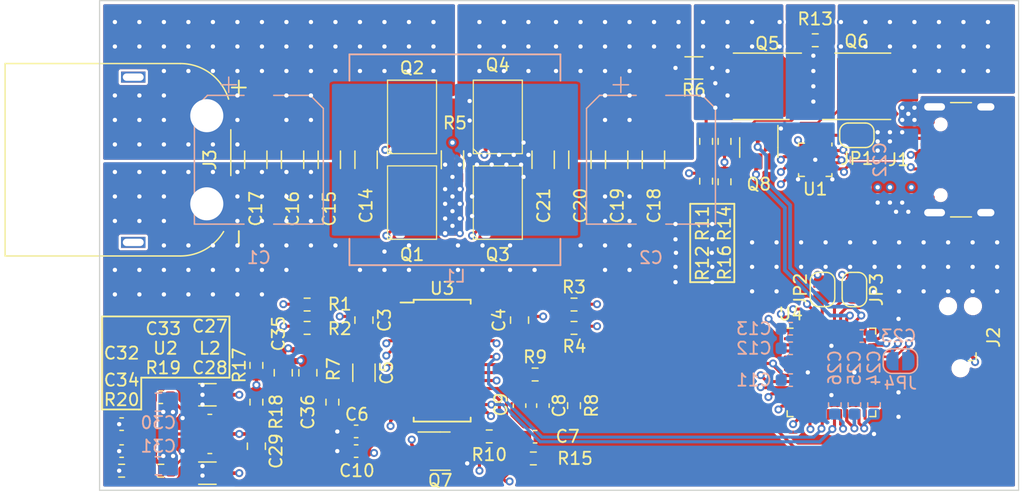
<source format=kicad_pcb>
(kicad_pcb (version 20221018) (generator pcbnew)
  (layers (0 "F.Cu" signal) (1 "In1.Cu" signal) (2 "In2.Cu" signal) (31 "B.Cu" signal) (34 "B.Paste" user) (35 "F.Paste" user) (36 "B.SilkS" user "B.Silkscreen") (37 "F.SilkS" user "F.Silkscreen") (38 "B.Mask" user) (39 "F.Mask" user) (44 "Edge.Cuts" user))
  (net 0 "")
  (net 1 "Net-(U3-BST1)")
  (net 2 "SW1")
  (net 3 "SW2")
  (net 4 "Net-(U3-BST2)")
  (net 5 "VDD")
  (net 6 "GND")
  (net 7 "/VREF")
  (net 8 "/SS")
  (net 9 "Net-(C8-Pad1)")
  (net 10 "/VC")
  (net 11 "/VCTRLI")
  (net 12 "/~{RST}")
  (net 13 "+3V3")
  (net 14 "Net-(U2-VCC)")
  (net 17 "LS")
  (net 18 "/G1")
  (net 19 "VS")
  (net 20 "/G2")
  (net 21 "/G3")
  (net 22 "IS")
  (net 23 "/G4")
  (net 24 "VD")
  (net 25 "Net-(Q5-G)")
  (net 26 "Net-(U3-BG1)")
  (net 27 "Net-(U3-TG1)")
  (net 28 "Net-(U3-BG2)")
  (net 29 "Net-(U3-TG2)")
  (net 30 "/EN")
  (net 31 "/RT")
  (net 32 "/~{PGOOD}")
  (net 33 "/FB")
  (net 34 "/CC1")
  (net 35 "/USB_DP")
  (net 36 "/CC2")
  (net 37 "Net-(JP1-A)")
  (net 38 "/INT_N")
  (net 39 "/SCL")
  (net 40 "/SDA")
  (net 41 "Net-(U2-BST)")
  (net 47 "Net-(U2-SW)")
  (net 48 "/VIN_SENSE")
  (net 49 "/VOUT_SENSE")
  (net 50 "/VCTRLV")
  (net 51 "/VADJ_AMP")
  (net 52 "Net-(U2-FB)")
  (net 53 "/VADJ")
  (net 55 "/SWDIO")
  (net 56 "/ISAMP")
  (net 57 "/SWCLK")
  (net 59 "/~{RUN}")
  (net 69 "/OUTDIS")
  (net 70 "/LOADEN")
  (net 73 "Net-(JP3-B)")
  (net 75 "/ISMON")
  (net 76 "/SYNC")
  (net 78 "/COM_S")
  (net 79 "Net-(JP2-B)")
  (net 81 "/VBUS")
  (net 82 "/USB_DN")
  (net 83 "/SWO")
  (net 84 "/VREF+")
  (footprint "Capacitor_SMD:C_0603_1608Metric" (layer "F.Cu") (at 13.8 46.6 180)
    (fp_text reference "C32")
    (fp_text value "1u" hide)
  )
  (footprint "Package_SO:TSSOP-28-1EP_4.4x9.7mm_P0.65mm" (layer "F.Cu") (at 39.96 41.41125)
    (fp_text reference "U3")
    (fp_text value "LT8390xFE" hide)
  )
  (footprint "Capacitor_SMD:C_0805_2012Metric" (layer "F.Cu") (at 46.275 38.1 90)
    (fp_text reference "C4")
    (fp_text value "0.47u" hide)
  )
  (footprint "Resistor_SMD:R_0603_1608Metric" (layer "F.Cu") (at 13.8 50.4 180)
    (fp_text reference "R20")
    (fp_text value "43.2k" hide)
  )
  (footprint "Jumper:SolderJumper-2_P1.3mm_Open_RoundedPad1.0x1.5mm" (layer "F.Cu") (at 71 35.6 -90)
    (fp_text reference "JP2")
    (fp_text value "SolderJumper_2_Open" hide)
  )
  (footprint "Resistor_SMD:R_0603_1608Metric" (layer "F.Cu") (at 28.94 36.83 180)
    (fp_text reference "R1")
    (fp_text value "1" hide)
  )
  (footprint "Library:RNX0012B" (layer "F.Cu") (at 17.175001 47.4 -90)
    (fp_text reference "U2")
    (fp_text value "LMR36006BRNXT" hide)
  )
  (footprint "Resistor_SMD:R_0603_1608Metric" (layer "F.Cu") (at 61.5 23.5 90)
    (fp_text reference "R11")
    (fp_text value "36k" hide)
  )
  (footprint "Capacitor_SMD:C_1206_3216Metric" (layer "F.Cu") (at 57.2 25 -90)
    (fp_text reference "C18")
    (fp_text value "10u" hide)
  )
  (footprint "Package_DFN_QFN:WQFN-14-1EP_2.5x2.5mm_P0.5mm_EP1.45x1.45mm" (layer "F.Cu") (at 70.405 25 -90)
    (fp_text reference "U1")
    (fp_text value "FUSB302B01MPX" hide)
  )
  (footprint "Capacitor_SMD:C_1206_3216Metric" (layer "F.Cu") (at 48.2 25 -90)
    (fp_text reference "C21")
    (fp_text value "10u" hide)
  )
  (footprint "Resistor_SMD:R_0603_1608Metric" (layer "F.Cu") (at 50.72 36.83)
    (fp_text reference "R3")
    (fp_text value "1" hide)
  )
  (footprint "Capacitor_SMD:C_1206_3216Metric" (layer "F.Cu") (at 33.75 25 -90)
    (fp_text reference "C14")
    (fp_text value "10u" hide)
  )
  (footprint "Capacitor_SMD:C_1206_3216Metric" (layer "F.Cu") (at 27.75 25 -90)
    (fp_text reference "C16")
    (fp_text value "10u" hide)
  )
  (footprint "Library:ECP2302" (layer "F.Cu") (at 37.5 28.5 90)
    (fp_text reference "Q1")
    (fp_text value "NMOS" hide)
  )
  (footprint "Resistor_SMD:R_0603_1608Metric" (layer "F.Cu") (at 70.405 15.24 180)
    (fp_text reference "R13")
    (fp_text value "51k" hide)
  )
  (footprint "Capacitor_SMD:C_0603_1608Metric" (layer "F.Cu") (at 32.94 47.19 180)
    (fp_text reference "C6")
    (fp_text value "0.47u" hide)
  )
  (footprint "Resistor_SMD:R_1206_3216Metric" (layer "F.Cu") (at 40.8 25 -90)
    (fp_text reference "R5")
    (fp_text value "5m" hide)
  )
  (footprint "Resistor_SMD:R_0603_1608Metric" (layer "F.Cu") (at 28.94 38.735 180)
    (fp_text reference "R2")
    (fp_text value "1" hide)
  )
  (footprint "Resistor_SMD:R_0603_1608Metric" (layer "F.Cu") (at 63 23.5 -90)
    (fp_text reference "R14")
    (fp_text value "100k" hide)
  )
  (footprint "Resistor_SMD:R_0603_1608Metric" (layer "F.Cu") (at 17 50.4 180)
    (fp_text reference "R19")
    (fp_text value "100k" hide)
  )
  (footprint "Package_DFN_QFN:QFN-48-1EP_7x7mm_P0.5mm_EP5.6x5.6mm" (layer "F.Cu") (at 71.725 42.37)
    (fp_text reference "U4")
    (fp_text value "STM32G431C6Ux" hide)
  )
  (footprint "Capacitor_SMD:C_0603_1608Metric" (layer "F.Cu") (at 47.545 47.625)
    (fp_text reference "C7")
    (fp_text value "0.1u" hide)
  )
  (footprint "Connector_USB:USB_C_Receptacle_GCT_USB4105-xx-A_16P_TopMnt_Horizontal" (layer "F.Cu") (at 83.25 25 90)
    (fp_text reference "J1")
    (fp_text value "USB_C_Receptacle_USB2.0" hide)
  )
  (footprint "Capacitor_SMD:C_1206_3216Metric" (layer "F.Cu") (at 51.2 25 -90)
    (fp_text reference "C20")
    (fp_text value "10u" hide)
  )
  (footprint "Capacitor_SMD:C_0603_1608Metric" (layer "F.Cu") (at 48.18 45.085 -90)
    (fp_text reference "C8")
    (fp_text value "4.7n" hide)
  )
  (footprint "Capacitor_SMD:C_0603_1608Metric" (layer "F.Cu") (at 13.8 48.8 180)
    (fp_text reference "C34")
    (fp_text value "20p" hide)
  )
  (footprint "Resistor_SMD:R_0603_1608Metric" (layer "F.Cu") (at 24.8 41.8 -90)
    (fp_text reference "R17")
    (fp_text value "100k" hide)
  )
  (footprint "Resistor_SMD:R_0603_1608Metric" (layer "F.Cu") (at 47.4 49.4)
    (fp_text reference "R15")
    (fp_text value "752" hide)
  )
  (footprint "Package_TO_SOT_SMD:SOT-23-6" (layer "F.Cu") (at 65.8 24 -90)
    (fp_text reference "Q8")
    (fp_text value "Q_Dual_NMOS_S1G1D2S2G2D1" hide)
  )
  (footprint "Library:ECP2302" (layer "F.Cu") (at 37.5 21.5 90)
    (fp_text reference "Q2")
    (fp_text value "NMOS" hide)
  )
  (footprint "Resistor_SMD:R_0603_1608Metric" (layer "F.Cu") (at 63 26.8 -90)
    (fp_text reference "R16")
    (fp_text value "5820" hide)
  )
  (footprint "Resistor_SMD:R_0603_1608Metric" (layer "F.Cu") (at 50.72 38.735)
    (fp_text reference "R4")
    (fp_text value "1" hide)
  )
  (footprint "Capacitor_SMD:C_1206_3216Metric" (layer "F.Cu") (at 54.2 25 -90)
    (fp_text reference "C19")
    (fp_text value "10u" hide)
  )
  (footprint "Library:ECP2302" (layer "F.Cu") (at 44.5 28.5 90)
    (fp_text reference "Q3")
    (fp_text value "NMOS" hide)
  )
  (footprint "Capacitor_SMD:C_0805_2012Metric" (layer "F.Cu") (at 26.99 42.4 90)
    (fp_text reference "C35")
    (fp_text value "0.47u" hide)
  )
  (footprint "Capacitor_SMD:C_0603_1608Metric" (layer "F.Cu") (at 32.94 48.8 180)
    (fp_text reference "C10")
    (fp_text value "4.7u" hide)
  )
  (footprint "Resistor_SMD:R_0603_1608Metric" (layer "F.Cu") (at 61.5 26.75 90)
    (fp_text reference "R12")
    (fp_text value "9k" hide)
  )
  (footprint "Resistor_SMD:R_0603_1608Metric" (layer "F.Cu") (at 31 44.8 -90)
    (fp_text reference "R7")
    (fp_text value "100k" hide)
  )
  (footprint "Capacitor_SMD:C_1206_3216Metric" (layer "F.Cu") (at 33.575 42.4 -90)
    (fp_text reference "C5")
    (fp_text value "10u" hide)
  )
  (footprint "Capacitor_SMD:C_1206_3216Metric" (layer "F.Cu") (at 20.8 44.2 180)
    (fp_text reference "C27")
    (fp_text value "10u" hide)
  )
  (footprint "Capacitor_SMD:C_0805_2012Metric" (layer "F.Cu") (at 33.575 38.1 -90)
    (fp_text reference "C3")
    (fp_text value "0.47u" hide)
  )
  (footprint "Resistor_SMD:R_0603_1608Metric" (layer "F.Cu") (at 43.8 47.6)
    (fp_text reference "R10")
    (fp_text value "100k" hide)
  )
  (footprint "Connector:Tag-Connect_TC2030-IDC-NL_2x03_P1.27mm_Vertical" (layer "F.Cu") (at 82.26 39.5 90)
    (fp_text reference "J2")
    (fp_text value "Conn_ARM_SWD_TagConnect_TC2030")
  )
  (footprint "Capacitor_SMD:C_0603_1608Metric" (layer "F.Cu") (at 46.275 45.085 -90)
    (fp_text reference "C9")
    (fp_text value "100p" hide)
  )
  (footprint "Connector_AMASS:AMASS_XT60PW-M_1x02_P7.20mm_Horizontal" (layer "F.Cu") (at 20.75 28.6 90)
    (fp_text reference "J3")
    (fp_text value "XT60_M" hide)
  )
  (footprint "Capacitor_SMD:C_0603_1608Metric" (layer "F.Cu") (at 17 44.4)
    (fp_text reference "C33")
    (fp_text value "100n" hide)
  )
  (footprint "Capacitor_SMD:C_0805_2012Metric" (layer "F.Cu") (at 29 42.4 90)
    (fp_text reference "C36")
    (fp_text value "0.47u" hide)
  )
  (footprint "Package_DFN_QFN:AO_DFN-8-1EP_5.55x5.2mm_P1.27mm_EP4.12x4.6mm" (layer "F.Cu") (at 73.785 19)
    (fp_text reference "Q6")
    (fp_text value "NTMFS002P03" hide)
  )
  (footprint "Capacitor_SMD:C_1206_3216Metric" (layer "F.Cu") (at 20.8 50.6 180)
    (fp_text reference "C28")
    (fp_text value "10u" hide)
  )
  (footprint "Library:ECP2302" (layer "F.Cu") (at 44.5 21.5 90)
    (fp_text reference "Q4")
    (fp_text value "NMOS" hide)
  )
  (footprint "Package_DFN_QFN:AO_DFN-8-1EP_5.55x5.2mm_P1.27mm_EP4.12x4.6mm" (layer "F.Cu") (at 66.5 19 180)
    (fp_text reference "Q5")
    (fp_text value "NTMFS002P03" hide)
  )
  (footprint "Inductor_SMD:L_Wuerth_MAPI-3015" (layer "F.Cu") (at 21 47.4)
    (fp_text reference "L2")
    (fp_text value "33u" hide)
  )
  (footprint "Package_TO_SOT_SMD:SOT-23-6" (layer "F.Cu") (at 39.8 48.8)
    (fp_text reference "Q7")
    (fp_text value "Q_Dual_NMOS_S1G1D2S2G2D1" hide)
  )
  (footprint "Capacitor_SMD:C_0805_2012Metric" (layer "F.Cu") (at 24.8 48.4 90)
    (fp_text reference "C29")
    (fp_text value "0.47u" hide)
  )
  (footprint "Resistor_SMD:R_0603_1608Metric" (layer "F.Cu") (at 24.8 44.8 -90)
    (fp_text reference "R18")
    (fp_text value "5820" hide)
  )
  (footprint "Jumper:SolderJumper-2_P1.3mm_Bridged2Bar_RoundedPad1.0x1.5mm" (layer "F.Cu") (at 73.8 23)
    (fp_text reference "JP1")
    (fp_text value "SolderJumper_2_Bridged" hide)
  )
  (footprint "Capacitor_SMD:C_1206_3216Metric" (layer "F.Cu") (at 24.75 25 -90)
    (fp_text reference "C17")
    (fp_text value "10u" hide)
  )
  (footprint "Resistor_SMD:R_0603_1608Metric" (layer "F.Cu") (at 50.72 45.085 -90)
    (fp_text reference "R8")
    (fp_text value "51k" hide)
  )
  (footprint "Resistor_SMD:R_0603_1608Metric" (layer "F.Cu") (at 47.545 42.545)
    (fp_text reference "R9")
    (fp_text value "27k" hide)
  )
  (footprint "Jumper:SolderJumper-2_P1.3mm_Open_RoundedPad1.0x1.5mm" (layer "F.Cu") (at 73.6 35.6 -90)
    (fp_text reference "JP3")
    (fp_text value "SolderJumper_2_Open" hide)
  )
  (footprint "Capacitor_SMD:C_1206_3216Metric" (layer "F.Cu") (at 30.75 25 -90)
    (fp_text reference "C15")
    (fp_text value "10u" hide)
  )
  (footprint "Resistor_SMD:R_1206_3216Metric" (layer "F.Cu") (at 60.5 17.5 180)
    (fp_text reference "R6")
    (fp_text value "20m" hide)
  )
  (footprint "Capacitor_SMD:CP_Elec_10x7.9" (layer "B.Cu") (at 57 25 -90)
    (fp_text reference "C2")
    (fp_text value "82u" hide)
  )
  (footprint "Capacitor_SMD:CP_Elec_10x7.9" (layer "B.Cu") (at 25 25 -90)
    (fp_text reference "C1")
    (fp_text value "82u" hide)
  )
  (footprint "Capacitor_SMD:C_0805_2012Metric" (layer "B.Cu") (at 74 25 90)
    (fp_text reference "C22")
    (fp_text value "0.47u" hide)
  )
  (footprint "Capacitor_SMD:C_0603_1608Metric" (layer "B.Cu") (at 72 45 90)
    (fp_text reference "C26")
    (fp_text value "100n" hide)
  )
  (footprint "Jumper:SolderJumper-2_P1.3mm_Open_RoundedPad1.0x1.5mm" (layer "B.Cu") (at 77.35 41.45)
    (fp_text reference "JP4")
    (fp_text value "SolderJumper_2_Open")
  )
  (footprint "Capacitor_SMD:C_0603_1608Metric" (layer "B.Cu") (at 68.4 40.4)
    (fp_text reference "C12")
    (fp_text value "0.1u" hide)
  )
  (footprint "Capacitor_SMD:C_0603_1608Metric" (layer "B.Cu") (at 68.4 38.8)
    (fp_text reference "C13")
    (fp_text value "0.1u" hide)
  )
  (footprint "Capacitor_SMD:C_0603_1608Metric" (layer "B.Cu") (at 68.4 43)
    (fp_text reference "C11")
    (fp_text value "100n" hide)
  )
  (footprint "Capacitor_SMD:C_0603_1608Metric" (layer "B.Cu") (at 73.6 45 90)
    (fp_text reference "C25")
    (fp_text value "0.47u" hide)
  )
  (footprint "Capacitor_SMD:C_0805_2012Metric" (layer "B.Cu") (at 16.8 44.8)
    (fp_text reference "C30")
    (fp_text value "0.47u" hide)
  )
  (footprint "Inductor_SMD:L_Vishay_IHLP-6767" (layer "B.Cu") (at 41 25)
    (fp_text reference "L1")
    (fp_text value "4.7u" hide)
  )
  (footprint "Capacitor_SMD:C_0603_1608Metric" (layer "B.Cu") (at 75.2 45 90)
    (fp_text reference "C24")
    (fp_text value "0.1u" hide)
  )
  (footprint "Capacitor_SMD:C_0805_2012Metric" (layer "B.Cu") (at 16.8 50)
    (fp_text reference "C31")
    (fp_text value "0.47u" hide)
  )
  (footprint "Capacitor_SMD:C_0603_1608Metric" (layer "B.Cu") (at 74.2 39.4 180)
    (fp_text reference "C23")
    (fp_text value "0.1u" hide)
  )
  (gr_line (start 60.2 35) (end 63.8 35) (stroke (width 0.15)) (layer "F.SilkS"))
  (gr_line (start 63.8 28.6) (end 60.2 28.6) (stroke (width 0.15)) (layer "F.SilkS"))
  (gr_line (start 12.2 45.4) (end 15.2 45.4) (stroke (width 0.15)) (layer "F.SilkS"))
  (gr_line (start 22.6 37.8) (end 12.2 37.8) (stroke (width 0.15)) (layer "F.SilkS"))
  (gr_line (start 15.4 42.8) (end 22.6 42.8) (stroke (width 0.15)) (layer "F.SilkS"))
  (gr_line (start 63.8 35) (end 63.8 28.6) (stroke (width 0.15)) (layer "F.SilkS"))
  (gr_line (start 22.6 42.8) (end 22.6 37.8) (stroke (width 0.15)) (layer "F.SilkS"))
  (gr_line locked (start 15.2 45.4) (end 15.4 45.4) (stroke (width 0.15)) (layer "F.SilkS"))
  (gr_line (start 12.2 40) (end 12.2 45.4) (stroke (width 0.15)) (layer "F.SilkS"))
  (gr_line (start 12.2 37.8) (end 12.2 40) (stroke (width 0.15)) (layer "F.SilkS"))
  (gr_line (start 60.2 28.6) (end 60.2 35) (stroke (width 0.15)) (layer "F.SilkS"))
  (gr_line (start 15.4 45.4) (end 15.4 42.8) (stroke (width 0.15)) (layer "F.SilkS"))
  (gr_line (start 12 52) (end 87 52) (stroke (width 0.1)) (layer "Edge.Cuts"))
  (gr_line (start 87 12) (end 12 12) (stroke (width 0.1)) (layer "Edge.Cuts"))
  (gr_line (start 12 12) (end 12 52) (stroke (width 0.1)) (layer "Edge.Cuts"))
  (gr_line (start 87 52) (end 87 12) (stroke (width 0.1)) (layer "Edge.Cuts"))
  (segment (start 33.575 37.15) (end 34.26125 37.83625) (width 0.25) (layer "F.Cu") (net 1))
  (segment (start 34.26125 37.83625) (end 37.11 37.83625) (width 0.25) (layer "F.Cu") (net 1))
  (segment (start 34.13875 38.48625) (end 37.11 38.48625) (width 0.25) (layer "F.Cu") (net 2))
  (segment (start 35.61375 39.78625) (end 37.11 39.78625) (width 0.25) (layer "F.Cu") (net 2))
  (segment (start 33.575 39.05) (end 34.13875 38.48625) (width 0.25) (layer "F.Cu") (net 2))
  (segment (start 32.325 37.8) (end 33.575 39.05) (width 0.25) (layer "F.Cu") (net 2))
  (segment (start 31.6 37.8) (end 32.325 37.8) (width 0.25) (layer "F.Cu") (net 2))
  (segment (start 35.4 40) (end 35.61375 39.78625) (width 0.25) (layer "F.Cu") (net 2))
  (via (at 31.6 37.8) (size 0.65) (drill 0.35) (layers "F.Cu" "B.Cu") (net 2))
  (via (at 35.4 40) (size 0.65) (drill 0.35) (layers "F.Cu" "B.Cu") (net 2))
  (via (at 40.8 23.6) (size 0.65) (drill 0.35) (layers "F.Cu" "B.Cu") (net 2))
  (segment (start 48.2 37.8) (end 47.525 37.8) (width 0.25) (layer "F.Cu") (net 3))
  (segment (start 46.275 39.05) (end 45.71125 38.48625) (width 0.25) (layer "F.Cu") (net 3))
  (segment (start 45.71125 38.48625) (end 42.81 38.48625) (width 0.25) (layer "F.Cu") (net 3))
  (segment (start 47.525 37.8) (end 46.275 39.05) (width 0.25) (layer "F.Cu") (net 3))
  (via (at 45.2 25.4) (size 0.65) (drill 0.35) (layers "F.Cu" "B.Cu") (net 3))
  (via (at 44.6 24.6) (size 0.65) (drill 0.35) (layers "F.Cu" "B.Cu") (net 3))
  (via (at 46.4 25.4) (size 0.65) (drill 0.35) (layers "F.Cu" "B.Cu") (net 3))
  (via (at 42.8 25.4) (size 0.65) (drill 0.35) (layers "F.Cu" "B.Cu") (net 3))
  (via (at 44 25.4) (size 0.65) (drill 0.35) (layers "F.Cu" "B.Cu") (net 3))
  (via (at 42.4 28) (size 0.65) (drill 0.35) (layers "F.Cu" "B.Cu") (net 3))
  (via (at 48.2 37.8) (size 0.65) (drill 0.35) (layers "F.Cu" "B.Cu") (net 3))
  (via (at 45.8 24.6) (size 0.65) (drill 0.35) (layers "F.Cu" "B.Cu") (net 3))
  (via (at 46.6 23.6) (size 0.65) (drill 0.35) (layers "F.Cu" "B.Cu") (net 3))
  (via (at 42.2 24.6) (size 0.65) (drill 0.35) (layers "F.Cu" "B.Cu") (net 3))
  (via (at 42.2 21.8) (size 0.65) (drill 0.35) (layers "F.Cu" "B.Cu") (net 3))
  (via (at 42.4 29.6) (size 0.65) (drill 0.35) (layers "F.Cu" "B.Cu") (net 3))
  (via (at 47 24.6) (size 0.65) (drill 0.35) (layers "F.Cu" "B.Cu") (net 3))
  (via (at 46.6 26.4) (size 0.65) (drill 0.35) (layers "F.Cu" "B.Cu") (net 3))
  (via (at 42.2 20.2) (size 0.65) (drill 0.35) (layers "F.Cu" "B.Cu") (net 3))
  (segment (start 45.58875 37.83625) (end 42.81 37.83625) (width 0.25) (layer "F.Cu") (net 4))
  (segment (start 46.275 37.15) (end 45.58875 37.83625) (width 0.25) (layer "F.Cu") (net 4))
  (segment (start 36.26375 41.73625) (end 36.05 41.95) (width 0.25) (layer "F.Cu") (net 5))
  (segment (start 35.130761 42.65) (end 34.75 42.269239) (width 0.25) (layer "F.Cu") (net 5))
  (segment (start 37.11 41.73625) (end 36.26375 41.73625) (width 0.25) (layer "F.Cu") (net 5))
  (segment (start 31 42.4) (end 31 43.975) (width 0.25) (layer "F.Cu") (net 5))
  (segment (start 34.365 40.755) (end 32.645 40.755) (width 0.25) (layer "F.Cu") (net 5))
  (segment (start 34.75 41.14) (end 34.365 40.755) (width 0.25) (layer "F.Cu") (net 5))
  (segment (start 35.669239 42.65) (end 35.130761 42.65) (width 0.25) (layer "F.Cu") (net 5))
  (segment (start 32.645 40.755) (end 31 42.4) (width 0.25) (layer "F.Cu") (net 5))
  (segment (start 36.05 41.95) (end 36.05 42.269239) (width 0.25) (layer "F.Cu") (net 5))
  (segment (start 34.75 42.269239) (end 34.75 41.14) (width 0.25) (layer "F.Cu") (net 5))
  (segment (start 36.05 42.269239) (end 35.669239 42.65) (width 0.25) (layer "F.Cu") (net 5))
  (via (at 29.25 28) (size 0.65) (drill 0.35) (layers "F.Cu" "B.Cu") (net 6))
  (via (at 75.2 47.4) (size 0.65) (drill 0.35) (layers "F.Cu" "B.Cu") (net 6))
  (via (at 67.25 33.75) (size 0.65) (drill 0.35) (layers "F.Cu" "B.Cu") (net 6))
  (via (at 59 31.5) (size 0.65) (drill 0.35) (layers "F.Cu" "B.Cu") (net 6))
  (via (at 55.25 28) (size 0.65) (drill 0.35) (layers "F.Cu" "B.Cu") (net 6))
  (via (at 23.25 34) (size 0.65) (drill 0.35) (layers "F.Cu" "B.Cu") (net 6))
  (via (at 31.4 47.2) (size 0.65) (drill 0.35) (layers "F.Cu" "B.Cu") (net 6))
  (via (at 83.25 31.75) (size 0.65) (drill 0.35) (layers "F.Cu" "B.Cu") (net 6))
  (via (at 79.25 35.75) (size 0.65) (drill 0.35) (layers "F.Cu" "B.Cu") (net 6))
  (via (at 75.2 35.8) (size 0.65) (drill 0.35) (layers "F.Cu" "B.Cu") (net 6))
  (via (at 13.6 48.8) (size 0.65) (drill 0.35) (layers "F.Cu" "B.Cu") (net 6))
  (via (at 15.25 34) (size 0.65) (drill 0.35) (layers "F.Cu" "B.Cu") (net 6))
  (via (at 53.25 34) (size 0.65) (drill 0.35) (layers "F.Cu" "B.Cu") (net 6))
  (via (at 55.25 34) (size 0.65) (drill 0.35) (layers "F.Cu" "B.Cu") (net 6))
  (via (at 79.25 31.75) (size 0.65) (drill 0.35) (layers "F.Cu" "B.Cu") (net 6))
  (via (at 59 35) (size 0.65) (drill 0.35) (layers "F.Cu" "B.Cu") (net 6))
  (via (at 17.25 36) (size 0.65) (drill 0.35) (layers "F.Cu" "B.Cu") (net 6))
  (via (at 13.25 36) (size 0.65) (drill 0.35) (layers "F.Cu" "B.Cu") (net 6))
  (via (at 17.25 28) (size 0.65) (drill 0.35) (layers "F.Cu" "B.Cu") (net 6))
  (via (at 53.25 30) (size 0.65) (drill 0.35) (layers "F.Cu" "B.Cu") (net 6))
  (via (at 27.25 30) (size 0.65) (drill 0.35) (layers "F.Cu" "B.Cu") (net 6))
  (via (at 43.25 32) (size 0.65) (drill 0.35) (layers "F.Cu" "B.Cu") (net 6))
  (via (at 23.25 32) (size 0.65) (drill 0.35) (layers "F.Cu" "B.Cu") (net 6))
  (via (at 15.25 30) (size 0.65) (drill 0.35) (layers "F.Cu" "B.Cu") (net 6))
  (via (at 69 26.6) (size 0.65) (drill 0.35) (layers "F.Cu" "B.Cu") (net 6))
  (via (at 55.25 32) (size 0.65) (drill 0.35) (layers "F.Cu" "B.Cu") (net 6))
  (via (at 73.25 31.75) (size 0.65) (drill 0.35) (layers "F.Cu" "B.Cu") (net 6))
  (via (at 13.6 46.6) (size 0.65) (drill 0.35) (layers "F.Cu" "B.Cu") (net 6))
  (via (at 37.25 34) (size 0.65) (drill 0.35) (layers "F.Cu" "B.Cu") (net 6))
  (via (at 27.25 26) (size 0.65) (drill 0.35) (layers "F.Cu" "B.Cu") (net 6))
  (via (at 23.25 28) (size 0.65) (drill 0.35) (layers "F.Cu" "B.Cu") (net 6))
  (via (at 77.5 21.75) (size 0.65) (drill 0.35) (layers "F.Cu" "B.Cu") (net 6))
  (via (at 69.8 42.37) (size 0.65) (drill 0.35) (layers "F.Cu" "B.Cu") (net 6))
  (via (at 13.25 30) (size 0.65) (drill 0.35) (layers "F.Cu" "B.Cu") (net 6))
  (via (at 29.25 30) (size 0.65) (drill 0.35) (layers "F.Cu" "B.Cu") (net 6))
  (via (at 27.25 34) (size 0.65) (drill 0.35) (layers "F.Cu" "B.Cu") (net 6))
  (via (at 85.25 33.75) (size 0.65) (drill 0.35) (layers "F.Cu" "B.Cu") (net 6))
  (via (at 81.25 35.75) (size 0.65) (drill 0.35) (layers "F.Cu" "B.Cu") (net 6))
  (via (at 19.25 32) (size 0.65) (drill 0.35) (layers "F.Cu" "B.Cu") (net 6))
  (via (at 43.25 34) (size 0.65) (drill 0.35) (layers "F.Cu" "B.Cu") (net 6))
  (via (at 15.25 28) (size 0.65) (drill 0.35) (layers "F.Cu" "B.Cu") (net 6))
  (via (at 85.25 35.75) (size 0.65) (drill 0.35) (layers "F.Cu" "B.Cu") (net 6))
  (via (at 31.25 32) (size 0.65) (drill 0.35) (layers "F.Cu" "B.Cu") (net 6))
  (via (at 59 30.25) (size 0.65) (drill 0.35) (layers "F.Cu" "B.Cu") (net 6))
  (via (at 71.25 31.75) (size 0.65) (drill 0.35) (layers "F.Cu" "B.Cu") (net 6))
  (via (at 71.725 44.225) (size 0.65) (drill 0.35) (layers "F.Cu" "B.Cu") (net 6))
  (via (at 25.25 34) (size 0.65) (drill 0.35) (layers "F.Cu" "B.Cu") (net 6))
  (via (at 20.4 45) (size 0.65) (drill 0.35) (layers "F.Cu" "B.Cu") (net 6))
  (via (at 62 31.5) (size 0.65) (drill 0.35) (layers "F.Cu" "B.Cu") (net 6))
  (via (at 21.25 34) (size 0.65) (drill 0.35) (layers "F.Cu" "B.Cu") (net 6))
  (via (at 65.25 35.75) (size 0.65) (drill 0.35) (layers "F.Cu" "B.Cu") (net 6))
  (via (at 21.25 32) (size 0.65) (drill 0.35) (layers "F.Cu" "B.Cu") (net 6))
  (via (at 18.7755 46.101019) (size 0.65) (drill 0.35) (layers "F.Cu" "B.Cu") (net 6))
  (via (at 77.25 33.75) (size 0.65) (drill 0.35) (layers "F.Cu" "B.Cu") (net 6))
  (via (at 55.25 30) (size 0.65) (drill 0.35) (layers "F.Cu" "B.Cu") (net 6))
  (via (at 27.25 28) (size 0.65) (drill 0.35) (layers "F.Cu" "B.Cu") (net 6))
  (via (at 77 29.25) (size 0.65) (drill 0.35) (layers "F.Cu" "B.Cu") (net 6))
  (via (at 25.25 32) (size 0.65) (drill 0.35) (layers "F.Cu" "B.Cu") (net 6))
  (via (at 47.5 34) (size 0.65) (drill 0.35) (layers "F.Cu" "B.Cu") (net 6))
  (via (at 23.25 36) (size 0.65) (drill 0.35) (layers "F.Cu" "B.Cu") (net 6))
  (via (at 77.25 35.75) (size 0.65) (drill 0.35) (layers "F.Cu" "B.Cu") (net 6))
  (via (at 75.5 28.5) (size 0.65) (drill 0.35) (layers "F.Cu" "B.Cu") (net 6))
  (via (at 33.25 34) (size 0.65) (drill 0.35) (layers "F.Cu" "B.Cu") (net 6))
  (via (at 85.25 31.75) (size 0.65) (drill 0.35) (layers "F.Cu" "B.Cu") (net 6))
  (via (at 20.4 50.0245) (size 0.65) (drill 0.35) (layers "F.Cu" "B.Cu") (net 6))
  (via (at 19.25 36) (size 0.65) (drill 0.35) (layers "F.Cu" "B.Cu") (net 6))
  (via (at 77.2 46) (size 0.65) (drill 0.35) (layers "F.Cu" "B.Cu") (net 6))
  (via (at 35.25 32.5) (size 0.65) (drill 0.35) (layers "F.Cu" "B.Cu") (net 6))
  (via (at 53.25 32) (size 0.65) (drill 0.35) (layers "F.Cu" "B.Cu") (net 6))
  (via (at 23.25 26) (size 0.65) (drill 0.35) (layers "F.Cu" "B.Cu") (net 6))
  (via (at 83.25 35.75) (size 0.65) (drill 0.35) (layers "F.Cu" "B.Cu") (net 6))
  (via (at 19.25 34) (size 0.65) (drill 0.35) (layers "F.Cu" "B.Cu") (net 6))
  (via (at 37.25 32) (size 0.65) (drill 0.35) (layers "F.Cu" "B.Cu") (net 6))
  (via (at 78.5 21.75) (size 0.65) (drill 0.35) (layers "F.Cu" "B.Cu") (net 6))
  (via (at 25.25 26) (size 0.65) (drill 0.35) (layers "F.Cu" "B.Cu") (net 6))
  (via (at 77.25 31.75) (size 0.65) (drill 0.35) (layers "F.Cu" "B.Cu") (net 6))
  (via (at 21.25 26) (size 0.65) (drill 0.35) (layers "F.Cu" "B.Cu") (net 6))
  (via (at 62 33.75) (size 0.65) (drill 0.35) (layers "F.Cu" "B.Cu") (net 6))
  (via (at 77.5 20.75) (size 0.65) (drill 0.35) (layers "F.Cu" "B.Cu") (net 6))
  (via (at 27.25 32) (size 0.65) (drill 0.35) (layers "F.Cu" "B.Cu") (net 6))
  (via (at 17.25 26) (size 0.65) (drill 0.35) (layers "F.Cu" "B.Cu") (net 6))
  (via (at 17.25 32) (size 0.65) (drill 0.35) (layers "F.Cu" "B.Cu") (net 6))
  (via (at 13.25 28) (size 0.65) (drill 0.35) (layers "F.Cu" "B.Cu") (net 6))
  (via (at 77.2 44) (size 0.65) (drill 0.35) (layers "F.Cu" "B.Cu") (net 6))
  (via (at 81.25 31.75) (size 0.65) (drill 0.35) (layers "F.Cu" "B.Cu") (net 6))
  (via (at 51.25 32) (size 0.65) (drill 0.35) (layers "F.Cu" "B.Cu") (net 6))
  (via (at 83.25 33.75) (size 0.65) (drill 0.35) (layers "F.Cu" "B.Cu") (net 6))
  (via (at 23.25 30) (size 0.65) (drill 0.35) (layers "F.Cu" "B.Cu") (net 6))
  (via (at 20.4 43.4) (size 0.65) (drill 0.35) (layers "F.Cu" "B.Cu") (net 6))
  (via (at 20.4 50.8) (size 0.65) (drill 0.35) (layers "F.Cu" "B.Cu") (net 6))
  (via (at 75.25 33.75) (size 0.65) (drill 0.35) (layers "F.Cu" "B.Cu") (net 6))
  (via (at 69.25 31.75) (size 0.65) (drill 0.35) (layers "F.Cu" "B.Cu") (net 6))
  (via (at 62 35) (size 0.65) (drill 0.35) (layers "F.Cu" "B.Cu") (net 6))
  (via (at 67.25 35.75) (size 0.65) (drill 0.35) (layers "F.Cu" "B.Cu") (net 6))
  (via (at 15.25 36) (size 0.65) (drill 0.35) (layers "F.Cu" "B.Cu") (net 6))
  (via (at 29.25 32) (size 0.65) (drill 0.35) (layers "F.Cu" "B.Cu") (net 6))
  (via (at 31.4 48.8) (size 0.65) (drill 0.35) (layers "F.Cu" "B.Cu") (net 6))
  (via (at 18.7755 48.7755) (size 0.65) (drill 0.35) (layers "F.Cu" "B.Cu") (net 6))
  (via (at 79.25 33.75) (size 0.65) (drill 0.35) (layers "F.Cu" "B.Cu") (net 6))
  (via (at 42 49.8) (size 0.65) (drill 0.35) (layers "F.Cu" "B.Cu") (net 6))
  (via (at 71.8 26.6) (size 0.65) (drill 0.35) (layers "F.Cu" "B.Cu") (net 6))
  (via (at 77.2 38) (size 0.65) (drill 0.35) (layers "F.Cu" "B.Cu") (net 6))
  (via (at 65.25 33.75) (size 0.65) (drill 0.35) (layers "F.Cu" "B.Cu") (net 6))
  (via (at 71.25 33.75) (size 0.65) (drill 0.35) (layers "F.Cu" "B.Cu") (net 6))
  (via (at 67.25 31.75) (size 0.65) (drill 0.35) (layers "F.Cu" "B.Cu") (net 6))
  (via (at 78 29.25) (size 0.65) (drill 0.35) (layers "F.Cu" "B.Cu") (net 6))
  (via (at 65.25 31.75) (size 0.65) (drill 0.35) (layers "F.Cu" "B.Cu") (net 6))
  (via (at 69.25 33.75) (size 0.65) (drill 0.35) (layers "F.Cu" "B.Cu") (net 6))
  (via (at 13.6 50.4) (size 0.65) (drill 0.35) (layers "F.Cu" "B.Cu") (net 6))
  (via (at 15.25 26) (size 0.65) (drill 0.35) (layers "F.Cu" "B.Cu") (net 6))
  (via (at 21.25 36) (size 0.65) (drill 0.35) (layers "F.Cu" "B.Cu") (net 6))
  (via (at 25.25 30) (size 0.65) (drill 0.35) (layers "F.Cu" "B.Cu") (net 6))
  (via (at 81.25 33.75) (size 0.65) (drill 0.35) (layers "F.Cu" "B.Cu") (net 6))
  (via (at 29.25 26) (size 0.65) (drill 0.35) (layers "F.Cu" "B.Cu") (net 6))
  (via (at 59.0375 32.6) (size 0.65) (drill 0.35) (layers "F.Cu" "B.Cu") (net 6))
  (via (at 71.725 40.2) (size 0.65) (drill 0.35) (layers "F.Cu" "B.Cu") (net 6))
  (via (at 73.25 33.75) (size 0.65) (drill 0.35) (layers "F.Cu" "B.Cu") (net 6))
  (via (at 53.25 28) (size 0.65) (drill 0.35) (layers "F.Cu" "B.Cu") (net 6))
  (via (at 35.25 34) (size 0.65) (drill 0.35) (layers "F.Cu" "B.Cu") (net 6))
  (via (at 41.25 34) (size 0.65) (drill 0.35) (layers "F.Cu" "B.Cu") (net 6))
  (via (at 77.5 28.5) (size 0.65) (drill 0.35) (layers "F.Cu" "B.Cu") (net 6))
  (via (at 13.25 34) (size 0.65) (drill 0.35) (layers "F.Cu" "B.Cu") (net 6))
  (via (at 45.5 34) (size 0.65) (drill 0.35) (layers "F.Cu" "B.Cu") (net 6))
  (via (at 73.6 42.37) (size 0.65) (drill 0.35) (layers "F.Cu" "B.Cu") (net 6))
  (via (at 20.4 44.2) (size 0.65) (drill 0.35) (layers "F.Cu" "B.Cu") (net 6))
  (via (at 75.25 31.75) (size 0.65) (drill 0.35) (layers "F.Cu" "B.Cu") (net 6))
  (via (at 17.25 34) (size 0.65) (drill 0.35) (layers "F.Cu" "B.Cu") (net 6))
  (via (at 78 21.25) (size 0.65) (drill 0.35) (layers "F.Cu" "B.Cu") (net 6))
  (via (at 45.5 32) (size 0.65) (drill 0.35) (layers "F.Cu" "B.Cu") (net 6))
  (via (at 78.5 20.75) (size 0.65) (drill 0.35) (layers "F.Cu" "B.Cu") (net 6))
  (via (at 61.9625 32.6) (size 0.65) (drill 0.35) (layers "F.Cu" "B.Cu") (net 6))
  (via (at 41.25 32) (size 0.65) (drill 0.35) (layers "F.Cu" "B.Cu") (net 6))
  (via (at 70.405 25) (size 0.65) (drill 0.35) (layers "F.Cu" "B.Cu") (net 6))
  (via (at 19.25 26) (size 0.65) (drill 0.35) (layers "F.Cu" "B.Cu") (net 6))
  (via (at 62 30.25) (size 0.65) (drill 0.35) (layers "F.Cu" "B.Cu") (net 6))
  (via (at 67.6 22.4495) (size 0.65) (drill 0.35) (layers "F.Cu" "B.Cu") (net 6))
  (via (at 25.25 28) (size 0.65) (drill 0.35) (layers "F.Cu" "B.Cu") (net 6))
  (via (at 13.25 26) (size 0.65) (drill 0.35) (layers "F.Cu" "B.Cu") (net 6))
  (via (at 59 33.75) (size 0.65) (drill 0.35) (layers "F.Cu" "B.Cu") (net 6))
  (via (at 76.5 28.5) (size 0.65) (drill 0.35) (layers "F.Cu" "B.Cu") (net 6))
  (via (at 17.25 30) (size 0.65) (drill 0.35) (layers "F.Cu" "B.Cu") (net 6))
  (via (at 25.25 36) (size 0.65) (drill 0.35) (layers "F.Cu" "B.Cu") (net 6))
  (segment (start 42.975 47.6) (end 42.575 47.2) (width 0.25) (layer "F.Cu") (net 7))
  (segment (start 33.715 46.99) (end 32.94 47.765) (width 0.25) (layer "F.Cu") (net 7))
  (segment (start 37.11 43.68625) (end 36.31375 43.68625) (width 0.25) (layer "F.Cu") (net 7))
  (segment (start 36.31375 43.68625) (end 35.8 44.2) (width 0.25) (layer "F.Cu") (net 7))
  (segment (start 42.575 47.2) (end 37.216381 47.2) (width 0.25) (layer "F.Cu") (net 7))
  (segment (start 32.94 49.277818) (end 33.262182 49.6) (width 0.25) (layer "F.Cu") (net 7))
  (segment (start 33.262182 49.6) (end 34.8 49.6) (width 0.25) (layer "F.Cu") (net 7))
  (segment (start 37.216381 47.2) (end 34.816381 49.6) (width 0.25) (layer "F.Cu") (net 7))
  (segment (start 35.8 44.905) (end 33.715 46.99) (width 0.25) (layer "F.Cu") (net 7))
  (segment (start 34.816381 49.6) (end 34.8 49.6) (width 0.25) (layer "F.Cu") (net 7))
  (segment (start 32.94 47.765) (end 32.94 49.277818) (width 0.25) (layer "F.Cu") (net 7))
  (segment (start 35.8 44.4) (end 35.8 44.905) (width 0.25) (layer "F.Cu") (net 7))
  (segment (start 35.86375 44.33625) (end 35.8 44.4) (width 0.25) (layer "F.Cu") (net 7))
  (segment (start 37.11 44.33625) (end 35.86375 44.33625) (width 0.25) (layer "F.Cu") (net 7))
  (segment (start 35.8 44.2) (end 35.8 44.4) (width 0.25) (layer "F.Cu") (net 7))
  (segment (start 45.2 46.055) (end 46.77 47.625) (width 0.25) (layer "F.Cu") (net 8))
  (segment (start 42.81 43.68625) (end 44.48625 43.68625) (width 0.25) (layer "F.Cu") (net 8))
  (segment (start 45.2 44.4) (end 45.2 46.055) (width 0.25) (layer "F.Cu") (net 8))
  (segment (start 44.48625 43.68625) (end 45.2 44.4) (width 0.25) (layer "F.Cu") (net 8))
  (segment (start 48.37 44.12) (end 48.18 44.31) (width 0.25) (layer "F.Cu") (net 9))
  (segment (start 48.37 42.545) (end 48.37 44.12) (width 0.25) (layer "F.Cu") (net 9))
  (segment (start 46.72 43.865) (end 46.275 44.31) (width 0.25) (layer "F.Cu") (net 10))
  (segment (start 42.81 42.38625) (end 46.56125 42.38625) (width 0.25) (layer "F.Cu") (net 10))
  (segment (start 46.56125 42.38625) (end 46.72 42.545) (width 0.25) (layer "F.Cu") (net 10))
  (segment (start 46.72 42.545) (end 46.72 43.865) (width 0.25) (layer "F.Cu") (net 10))
  (segment (start 34.49 47.04663) (end 34.49 48.12) (width 0.25) (layer "F.Cu") (net 11))
  (segment (start 37.11 44.98625) (end 36.55038 44.98625) (width 0.25) (layer "F.Cu") (net 11))
  (segment (start 36.55038 44.98625) (end 34.49 47.04663) (width 0.25) (layer "F.Cu") (net 11))
  (segment (start 67.68 45.12) (end 67.4 45.4) (width 0.25) (layer "F.Cu") (net 11))
  (segment (start 33.8655 48.9505) (end 33.715 48.8) (width 0.25) (layer "F.Cu") (net 11))
  (segment (start 34.49 48.12) (end 33.715 48.895) (width 0.25) (layer "F.Cu") (net 11))
  (segment (start 68.2875 45.12) (end 67.68 45.12) (width 0.25) (layer "F.Cu") (net 11))
  (segment (start 34.4 48.9505) (end 33.8655 48.9505) (width 0.25) (layer "F.Cu") (net 11))
  (via (at 67.4 45.4) (size 0.65) (drill 0.35) (layers "F.Cu" "B.Cu") (net 11))
  (via (at 34.4 48.9505) (size 0.65) (drill 0.35) (layers "F.Cu" "B.Cu") (net 11))
  (segment (start 84.1 42.4) (end 77.9 48.6) (width 0.25) (layer "F.Cu") (net 12))
  (segment (start 66.959266 41.640734) (end 66.959266 41.777274) (width 0.25) (layer "F.Cu") (net 12))
  (segment (start 67.8 42.6) (end 67.82 42.62) (width 0.25) (layer "F.Cu") (net 12))
  (segment (start 82.895 39.5) (end 84.1 40.705) (width 0.25) (layer "F.Cu") (net 12))
  (segment (start 66.959266 41.777274) (end 67.781992 42.6) (width 0.25) (layer "F.Cu") (net 12))
  (segment (start 65.990527 41.640734) (end 66.959266 41.640734) (width 0.25) (layer "F.Cu") (net 12))
  (segment (start 65.2995 42.331761) (end 65.990527 41.640734) (width 0.25) (layer "F.Cu") (net 12))
  (segment (start 68.8 48.6) (end 65.2995 45.0995) (width 0.25) (layer "F.Cu") (net 12))
  (segment (start 84.1 40.705) (end 84.1 42.4) (width 0.25) (layer "F.Cu") (net 12))
  (segment (start 67.82 42.62) (end 68.2875 42.62) (width 0.25) (layer "F.Cu") (net 12))
  (segment (start 65.2995 45.0995) (end 65.2995 42.331761) (width 0.25) (layer "F.Cu") (net 12))
  (segment (start 77.9 48.6) (end 68.8 48.6) (width 0.25) (layer "F.Cu") (net 12))
  (segment (start 67.781992 42.6) (end 67.8 42.6) (width 0.25) (layer "F.Cu") (net 12))
  (via (at 66.959266 41.640734) (size 0.65) (drill 0.35) (layers "F.Cu" "B.Cu") (net 12))
  (segment (start 67.625 43) (end 67.625 42.306468) (width 0.25) (layer "B.Cu") (net 12))
  (segment (start 67.625 42.306468) (end 66.959266 41.640734) (width 0.25) (layer "B.Cu") (net 12))
  (segment (start 72.975 45.8075) (end 72.975 46.318156) (width 0.25) (layer "F.Cu") (net 13))
  (segment (start 17.825 50.347182) (end 18.772182 49.4) (width 0.2) (layer "F.Cu") (net 13))
  (segment (start 24.75 47.4) (end 24.8 47.45) (width 0.3) (layer "F.Cu") (net 13))
  (segment (start 69.3375 23.7375) (end 69 23.4) (width 0.25) (layer "F.Cu") (net 13))
  (segment (start 76.08 40.12) (end 76.2 40) (width 0.3) (layer "F.Cu") (net 13))
  (segment (start 22.05 50.375) (end 22.275 50.6) (width 0.3) (layer "F.Cu") (net 13))
  (segment (start 72.265471 24.75) (end 72.551394 25.035923) (width 0.25) (layer "F.Cu") (net 13))
  (segment (start 22.05 47.4) (end 22.05 50.375) (width 0.3) (layer "F.Cu") (net 13))
  (segment (start 73.975 45.8075) (end 73.975 46.518156) (width 0.25) (layer "F.Cu") (net 13))
  (segment (start 72.337317 25.25) (end 72.551394 25.035923) (width 0.25) (layer "F.Cu") (net 13))
  (segment (start 72.975 46.318156) (end 73.6 46.943156) (width 0.25) (layer "F.Cu") (net 13))
  (segment (start 69.1425 23.5425) (end 69 23.4) (width 0.25) (layer "F.Cu") (net 13))
  (segment (start 71.6675 24.75) (end 72.265471 24.75) (width 0.25) (layer "F.Cu") (net 13))
  (segment (start 69.905 23.7375) (end 69.3375 23.7375) (width 0.25) (layer "F.Cu") (net 13))
  (segment (start 68.2 38.9325) (end 68.975 38.9325) (width 0.3) (layer "F.Cu") (net 13))
  (segment (start 83.45 41.525) (end 83.45 41.325) (width 0.3) (layer "F.Cu") (net 13))
  (segment (start 22.05 47.4) (end 24.75 47.4) (width 0.3) (layer "F.Cu") (net 13))
  (segment (start 73.975 46.518156) (end 74.4 46.943156) (width 0.25) (layer "F.Cu") (net 13))
  (segment (start 22.05 44.425) (end 22.275 44.2) (width 0.3) (layer "F.Cu") (net 13))
  (segment (start 22.275 44.2) (end 23.4 44.2) (width 0.3) (layer "F.Cu") (net 13))
  (segment (start 69.1425 24.25) (end 69.1425 23.5425) (width 0.25) (layer "F.Cu") (net 13))
  (segment (start 22.05 47.4) (end 22.05 44.425) (width 0.3) (layer "F.Cu") (net 13))
  (segment (start 17.825 50.4) (end 17.825 50.347182) (width 0.2) (layer "F.Cu") (net 13))
  (segment (start 83.45 41.325) (end 82.895 40.77) (width 0.3) (layer "F.Cu") (net 13))
  (segment (start 75.1625 40.12) (end 76.08 40.12) (width 0.3) (layer "F.Cu") (net 13))
  (segment (start 71.6675 25.25) (end 72.337317 25.25) (width 0.25) (layer "F.Cu") (net 13))
  (segment (start 66.6 38) (end 67.5325 38.9325) (width 0.3) (layer "F.Cu") (net 13))
  (segment (start 18.772182 49.4) (end 22.05 49.4) (width 0.2) (layer "F.Cu") (net 13))
  (segment (start 22.275 50.6) (end 23.4 50.6) (width 0.3) (layer "F.Cu") (net 13))
  (segment (start 73.6 47) (end 73.6 46.77) (width 0.25) (layer "F.Cu") (net 13))
  (segment (start 68.2875 39.62) (end 68.2875 39.02) (width 0.3) (layer "F.Cu") (net 13))
  (segment (start 68.2875 39.02) (end 68.2 38.9325) (width 0.3) (layer "F.Cu") (net 13))
  (segment (start 67.5325 38.9325) (end 68.2 38.9325) (width 0.3) (layer "F.Cu") (net 13))
  (segment (start 22.05 49.4) (end 22.05 50.375) (width 0.2) (layer "F.Cu") (net 13))
  (via (at 66.6 38) (size 0.65) (drill 0.35) (layers "F.Cu" "B.Cu") (net 13))
  (via (at 73.6 46.943156) (size 0.65) (drill 0.35) (layers "F.Cu" "B.Cu") (net 13))
  (via (at 83.45 41.525) (size 0.65) (drill 0.35) (layers "F.Cu" "B.Cu") (net 13))
  (via (at 76.2 40) (size 0.65) (drill 0.35) (layers "F.Cu" "B.Cu") (net 13))
  (via (at 23.4 44.2) (size 0.65) (drill 0.35) (layers "F.Cu" "B.Cu") (net 13))
  (via (at 72.551394 25.035923) (size 0.65) (drill 0.35) (layers "F.Cu" "B.Cu") (net 13))
  (via (at 74.4 46.943156) (size 0.65) (drill 0.35) (layers "F.Cu" "B.Cu") (net 13))
  (via (at 23.4 50.6) (size 0.65) (drill 0.35) (layers "F.Cu" "B.Cu") (net 13))
  (via (at 23.4 47.4) (size 0.65) (drill 0.35) (layers "F.Cu" "B.Cu") (net 13))
  (via (at 69 23.4) (size 0.65) (drill 0.35) (layers "F.Cu" "B.Cu") (net 13))
  (segment (start 73.6 46.943156) (end 73.6 45.775) (width 0.3) (layer "B.Cu") (net 13))
  (segment (start 76.2 40.004595) (end 76.2 40) (width 0.3) (layer "B.Cu") (net 13))
  (segment (start 76.2 40) (end 75.575 40) (width 0.3) (layer "B.Cu") (net 13))
  (segment (start 74.4 46.575) (end 75.2 45.775) (width 0.3) (layer "B.Cu") (net 13))
  (segment (start 75.575 40) (end 74.975 39.4) (width 0.3) (layer "B.Cu") (net 13))
  (segment (start 67.625 38.8) (end 67.4 38.8) (width 0.3) (layer "B.Cu") (net 13))
  (segment (start 74.4 46.943156) (end 74.4 46.575) (width 0.3) (layer "B.Cu") (net 13))
  (segment (start 67.4 38.8) (end 66.6 38) (width 0.3) (layer "B.Cu") (net 13))
  (segment (start 67.625 40.4) (end 67.625 38.8) (width 0.3) (layer "B.Cu") (net 13))
  (segment (start 14.900001 46.900001) (end 15.775001 46.900001) (width 0.25) (layer "F.Cu") (net 14))
  (segment (start 14.8 46.8) (end 14.900001 46.900001) (width 0.25) (layer "F.Cu") (net 14))
  (segment (start 35.4 41) (end 35.96375 40.43625) (width 0.25) (layer "F.Cu") (net 17))
  (segment (start 35.96375 40.43625) (end 37.11 40.43625) (width 0.25) (layer "F.Cu") (net 17))
  (via (at 41.4 25.4) (size 0.65) (drill 0.35) (layers "F.Cu" "B.Cu") (net 17))
  (via (at 40.2 28.6) (size 0.65) (drill 0.35) (layers "F.Cu" "B.Cu") (net 17))
  (via (at 41.4 31) (size 0.65) (drill 0.35) (layers "F.Cu" "B.Cu") (net 17))
  (via (at 40.8 26.4) (size 0.65) (drill 0.35) (layers "F.Cu" "B.Cu") (net 17))
  (via (at 40.2 27.4) (size 0.65) (drill 0.35) (layers "F.Cu" "B.Cu") (net 17))
  (via (at 40.8 30.4) (size 0.65) (drill 0.35) (layers "F.Cu" "B.Cu") (net 17))
  (via (at 41.4 28.6) (size 0.65) (drill 0.35) (layers "F.Cu" "B.Cu") (net 17))
  (via (at 40.2 25.4) (size 0.65) (drill 0.35) (layers "F.Cu" "B.Cu") (net 17))
  (via (at 40.8 29.2) (size 0.65) (drill 0.35) (layers "F.Cu" "B.Cu") (net 17))
  (via (at 40.8 28) (size 0.65) (drill 0.35) (layers "F.Cu" "B.Cu") (net 17))
  (via (at 40.2 31) (size 0.65) (drill 0.35) (layers "F.Cu" "B.Cu") (net 17))
  (via (at 41.4 29.8) (size 0.65) (drill 0.35) (layers "F.Cu" "B.Cu") (net 17))
  (via (at 40.2 29.8) (size 0.65) (drill 0.35) (layers "F.Cu" "B.Cu") (net 17))
  (via (at 35.4 41) (size 0.65) (drill 0.35) (layers "F.Cu" "B.Cu") (net 17))
  (via (at 41.4 27.4) (size 0.65) (drill 0.35) (layers "F.Cu" "B.Cu") (net 17))
  (segment (start 28.085 36.8) (end 28.115 36.83) (width 0.25) (layer "F.Cu") (net 18))
  (segment (start 27 36.8) (end 28.085 36.8) (width 0.25) (layer "F.Cu") (net 18))
  (segment (start 36.293 30.675) (end 35.925 30.675) (width 0.25) (layer "F.Cu") (net 18))
  (segment (start 35.925 30.675) (end 35.4 31.2) (width 0.25) (layer "F.Cu") (net 18))
  (via (at 35.4 31.2) (size 0.65) (drill 0.35) (layers "F.Cu" "B.Cu") (net 18))
  (via (at 27 36.8) (size 0.65) (drill 0.35) (layers "F.Cu" "B.Cu") (net 18))
  (segment (start 36.31375 41.08625) (end 35.4 42) (width 0.25) (layer "F.Cu") (net 19))
  (segment (start 17 49) (end 17.2 49.2) (width 0.2) (layer "F.Cu") (net 19))
  (segment (start 17.650001 45.949999) (end 17.990734 45.609266) (width 0.2) (layer "F.Cu") (net 19))
  (segment (start 17.650001 46.499999) (end 17.650001 45.949999) (width 0.2) (layer "F.Cu") (net 19))
  (segment (start 28.95 41.4) (end 29 41.45) (width 0.5) (layer "F.Cu") (net 19))
  (segment (start 37.11 41.08625) (end 36.31375 41.08625) (width 0.25) (layer "F.Cu") (net 19))
  (segment (start 17.650001 45.949999) (end 17.300002 45.6) (width 0.2) (layer "F.Cu") (net 19))
  (segment (start 17.650001 48.850001) (end 18 49.2) (width 0.2) (layer "F.Cu") (net 19))
  (segment (start 17 48.300001) (end 17 49) (width 0.2) (layer "F.Cu") (net 19))
  (segment (start 28.4 41.4) (end 28.95 41.4) (width 0.5) (layer "F.Cu") (net 19))
  (segment (start 28.45 41.45) (end 28.4 41.4) (width 0.5) (layer "F.Cu") (net 19))
  (segment (start 28.6 41.45) (end 28.45 41.45) (width 0.5) (layer "F.Cu") (net 19))
  (segment (start 17.650001 48.300001) (end 17.650001 48.850001) (width 0.2) (layer "F.Cu") (net 19))
  (segment (start 17.300002 45.6) (end 17.2 45.6) (width 0.2) (layer "F.Cu") (net 19))
  (via (at 17.990734 45.609266) (size 0.65) (drill 0.35) (layers "F.Cu" "B.Cu") (net 19))
  (via (at 31.25 17.75) (size 0.65) (drill 0.35) (layers "F.Cu" "B.Cu") (net 19))
  (via (at 13.25 21.75) (size 0.65) (drill 0.35) (layers "F.Cu" "B.Cu") (net 19))
  (via (at 15.25 15.75) (size 0.65) (drill 0.35) (layers "F.Cu" "B.Cu") (net 19))
  (via (at 35.25 17.75) (size 0.65) (drill 0.35) (layers "F.Cu" "B.Cu") (net 19))
  (via (at 13.25 23.75) (size 0.65) (drill 0.35) (layers "F.Cu" "B.Cu") (net 19))
  (via (at 17.25 17.75) (size 0.65) (drill 0.35) (layers "F.Cu" "B.Cu") (net 19))
  (via (at 37.25 13.75) (size 0.65) (drill 0.35) (layers "F.Cu" "B.Cu") (net 19))
  (via (at 15.25 21.75) (size 0.65) (drill 0.35) (layers "F.Cu" "B.Cu") (net 19))
  (via (at 31.25 13.75) (size 0.65) (drill 0.35) (layers "F.Cu" "B.Cu") (net 19))
  (via (at 21.25 15.75) (size 0.65) (drill 0.35) (layers "F.Cu" "B.Cu") (net 19))
  (via (at 15.25 19.75) (size 0.65) (drill 0.35) (layers "F.Cu" "B.Cu") (net 19))
  (via (at 19.25 13.75) (size 0.65) (drill 0.35) (layers "F.Cu" "B.Cu") (net 19))
  (via (at 27.25 21.75) (size 0.65) (drill 0.35) (layers "F.Cu" "B.Cu") (net 19))
  (via (at 21.25 23.75) (size 0.65) (drill 0.35) (layers "F.Cu" "B.Cu") (net 19))
  (via (at 31.25 15.75) (size 0.65) (drill 0.35) (layers "F.Cu" "B.Cu") (net 19))
  (via (at 33.25 15.75) (size 0.65) (drill 0.35) (layers "F.Cu" "B.Cu") (net 19))
  (via (at 35.25 13.75) (size 0.65) (drill 0.35) (layers "F.Cu" "B.Cu") (net 19))
  (via (at 19.25 23.75) (size 0.65) (drill 0.35) (layers "F.Cu" "B.Cu") (net 19))
  (via (at 35.25 15.75) (size 0.65) (drill 0.35) (layers "F.Cu" "B.Cu") (net 19))
  (via (at 13.25 15.75) (size 0.65) (drill 0.35) (layers "F.Cu" "B.Cu") (net 19))
  (via (at 33.25 13.75) (size 0.65) (drill 0.35) (layers "F.Cu" "B.Cu") (net 19))
  (via (at 23.25 23.75) (size 0.65) (drill 0.35) (layers "F.Cu" "B.Cu") (net 19))
  (via (at 37.25 17.75) (size 0.65) (drill 0.35) (layers "F.Cu" "B.Cu") (net 19))
  (via (at 25.25 17.75) (size 0.65) (drill 0.35) (layers "F.Cu" "B.Cu") (net 19))
  (via (at 17.25 19.75) (size 0.65) (drill 0.35) (layers "F.Cu" "B.Cu") (net 19))
  (via (at 27.4 40.4) (size 0.65) (drill 0.35) (layers "F.Cu" "B.Cu") (net 19))
  (via (at 33.25 17.75) (size 0.65) (drill 0.35) (layers "F.Cu" "B.Cu") (net 19))
  (via (at 37.25 15.75) (size 0.65) (drill 0.35) (layers "F.Cu" "B.Cu") (net 19))
  (via (at 29.25 17.75) (size 0.65) (drill 0.35) (layers "F.Cu" "B.Cu") (net 19))
  (via (at 29.25 13.75) (size 0.65) (drill 0.35) (layers "F.Cu" "B.Cu") (net 19))
  (via (at 39.25 15.75) (size 0.65) (drill 0.35) (layers "F.Cu" "B.Cu") (net 19))
  (via (at 28.4 41.4) (size 0.65) (drill 0.35) (layers "F.Cu" "B.Cu") (net 19))
  (via (at 21.25 13.75) (size 0.65) (drill 0.35) (layers "F.Cu" "B.Cu") (net 19))
  (via (at 15.25 13.75) (size 0.65) (drill 0.35) (layers "F.Cu" "B.Cu") (net 19))
  (via (at 17.25 23.75) (size 0.65) (drill 0.35) (layers "F.Cu" "B.Cu") (net 19))
  (via (at 25.25 15.75) (size 0.65) (drill 0.35) (layers "F.Cu" "B.Cu") (net 19))
  (via (at 17.2 45.6) (size 0.65) (drill 0.35) (layers "F.Cu" "B.Cu") (net 19))
  (via (at 19.25 17.75) (size 0.65) (drill 0.35) (layers "F.Cu" "B.Cu") (net 19))
  (via (at 39.25 17.75) (size 0.65) (drill 0.35) (layers "F.Cu" "B.Cu") (net 19))
  (via (at 27.25 17.75) (size 0.65) (drill 0.35) (layers "F.Cu" "B.Cu") (net 19))
  (via (at 29.25 21.75) (size 0.65) (drill 0.35) (layers "F.Cu" "B.Cu") (net 19))
  (via (at 27.25 13.75) (size 0.65) (drill 0.35) (layers "F.Cu" "B.Cu") (net 19))
  (via (at 17.25 21.75) (size 0.65) (drill 0.35) (layers "F.Cu" "B.Cu") (net 19))
  (via (at 27.25 19.75) (size 0.65) (drill 0.35) (layers "F.Cu" "B.Cu") (net 19))
  (via (at 23.25 21.75) (size 0.65) (drill 0.35) (layers "F.Cu" "B.Cu") (net 19))
  (via (at 29.25 19.75) (size 0.65) (drill 0.35) (layers "F.Cu" "B.Cu") (net 19))
  (via (at 25.25 13.75) (size 0.65) (drill 0.35) (layers "F.Cu" "B.Cu") (net 19))
  (via (at 17.25 15.75) (size 0.65) (drill 0.35) (layers "F.Cu" "B.Cu") (net 19))
  (via (at 17.25 13.75) (size 0.65) (drill 0.35) (layers "F.Cu" "B.Cu") (net 19))
  (via (at 27.25 15.75) (size 0.65) (drill 0.35) (layers "F.Cu" "B.Cu") (net 19))
  (via (at 29.25 15.75) (size 0.65) (drill 0.35) (layers "F.Cu" "B.Cu") (net 19))
  (via (at 18 49.2) (size 0.65) (drill 0.35) (layers "F.Cu" "B.Cu") (net 19))
  (via (at 15.25 23.75) (size 0.65) (drill 0.35) (layers "F.Cu" "B.Cu") (net 19))
  (via (at 23.25 17.75) (size 0.65) (drill 0.35) (layers "F.Cu" "B.Cu") (net 19))
  (via (at 23.25 13.75) (size 0.65) (drill 0.35) (layers "F.Cu" "B.Cu") (net 19))
  (via (at 23.25 19.75) (size 0.65) (drill 0.35) (layers "F.Cu" "B.Cu") (net 19))
  (via (at 17.2 49.2) (size 0.65) (drill 0.35) (layers "F.Cu" "B.Cu") (net 19))
  (via (at 23.25 15.75) (size 0.65) (drill 0.35) (layers "F.Cu" "B.Cu") (net 19))
  (via (at 13.25 19.75) (size 0.65) (drill 0.35) (layers "F.Cu" "B.Cu") (net 19))
  (via (at 19.25 15.75) (size 0.65) (drill 0.35) (layers "F.Cu" "B.Cu") (net 19))
  (via (at 13.25 13.75) (size 0.65) (drill 0.35) (layers "F.Cu" "B.Cu") (net 19))
  (via (at 35.4 42) (size 0.65) (drill 0.35) (layers "F.Cu" "B.Cu") (net 19))
  (via (at 39.25 13.75) (size 0.65) (drill 0.35) (layers "F.Cu" "B.Cu") (net 19))
  (via (at 21.25 17.75) (size 0.65) (drill 0.35) (layers "F.Cu" "B.Cu") (net 19))
  (segment (start 35.8395 23.675) (end 35.3145 24.2) (width 0.25) (layer "F.Cu") (net 20))
  (segment (start 36.293 23.675) (end 35.8395 23.675) (width 0.25) (layer "F.Cu") (net 20))
  (segment (start 27.98 38.6) (end 28.115 38.735) (width 0.25) (layer "F.Cu") (net 20))
  (segment (start 27 38.6) (end 27.98 38.6) (width 0.25) (layer "F.Cu") (net 20))
  (via (at 27 38.6) (size 0.65) (drill 0.35) (layers "F.Cu" "B.Cu") (net 20))
  (via (at 35.3145 24.2) (size 0.65) (drill 0.35) (layers "F.Cu" "B.Cu") (net 20))
  (segment (start 51.575 36.8) (end 51.545 36.83) (width 0.25) (layer "F.Cu") (net 21))
  (segment (start 42.925 30.675) (end 42.4 31.2) (width 0.25) (layer "F.Cu") (net 21))
  (segment (start 52.6 36.8) (end 51.575 36.8) (width 0.25) (layer "F.Cu") (net 21))
  (segment (start 43.293 30.675) (end 42.925 30.675) (width 0.25) (layer "F.Cu") (net 21))
  (via (at 52.6 36.8) (size 0.65) (drill 0.35) (layers "F.Cu" "B.Cu") (net 21))
  (via (at 42.4 31.2) (size 0.65) (drill 0.35) (layers "F.Cu" "B.Cu") (net 21))
  (segment (start 35.75 46.75) (end 35.75 46.319788) (width 0.25) (layer "F.Cu") (net 22))
  (segment (start 35.75 46.319788) (end 36.433538 45.63625) (width 0.25) (layer "F.Cu") (net 22))
  (segment (start 36.433538 45.63625) (end 37.11 45.63625) (width 0.25) (layer "F.Cu") (net 22))
  (via (at 45 15.75) (size 0.65) (drill 0.35) (layers "F.Cu" "B.Cu") (net 22))
  (via (at 59.25 13.75) (size 0.65) (drill 0.35) (layers "F.Cu" "B.Cu") (net 22))
  (via (at 55.25 15.75) (size 0.65) (drill 0.35) (layers "F.Cu" "B.Cu") (net 22))
  (via (at 55.25 19.75) (size 0.65) (drill 0.35) (layers "F.Cu" "B.Cu") (net 22))
  (via (at 55.25 21.75) (size 0.65) (drill 0.35) (layers "F.Cu" "B.Cu") (net 22))
  (via (at 49.25 17.75) (size 0.65) (drill 0.35) (layers "F.Cu" "B.Cu") (net 22))
  (via (at 43 17.75) (size 0.65) (drill 0.35) (layers "F.Cu" "B.Cu") (net 22))
  (via (at 51.25 15.75) (size 0.65) (drill 0.35) (layers "F.Cu" "B.Cu") (net 22))
  (via (at 57.25 15.75) (size 0.65) (drill 0.35) (layers "F.Cu" "B.Cu") (net 22))
  (via (at 57.25 13.75) (size 0.65) (drill 0.35) (layers "F.Cu" "B.Cu") (net 22))
  (via (at 43 15.75) (size 0.65) (drill 0.35) (layers "F.Cu" "B.Cu") (net 22))
  (via (at 55.25 17.75) (size 0.65) (drill 0.35) (layers "F.Cu" "B.Cu") (net 22))
  (via (at 59 17.5) (size 0.65) (drill 0.35) (layers "F.Cu" "B.Cu") (net 22))
  (via (at 51.25 13.75) (size 0.65) (drill 0.35) (layers "F.Cu" "B.Cu") (net 22))
  (via (at 35.75 46.75) (size 0.65) (drill 0.35) (layers "F.Cu" "B.Cu") (net 22))
  (via (at 43 13.75) (size 0.65) (drill 0.35) (layers "F.Cu" "B.Cu") (net 22))
  (via (at 45 13.75) (size 0.65) (drill 0.35) (layers "F.Cu" "B.Cu") (net 22))
  (via (at 45 17.75) (size 0.65) (drill 0.35) (layers "F.Cu" "B.Cu") (net 22))
  (via (at 47 13.75) (size 0.65) (drill 0.35) (layers "F.Cu" "B.Cu") (net 22))
  (via (at 53.25 15.75) (size 0.65) (drill 0.35) (layers "F.Cu" "B.Cu") (net 22))
  (via (at 49.25 13.75) (size 0.65) (drill 0.35) (layers "F.Cu" "B.Cu") (net 22))
  (via (at 53.25 21.75) (size 0.65) (drill 0.35) (layers "F.Cu" "B.Cu") (net 22))
  (via (at 59.25 15.75) (size 0.65) (drill 0.35) (layers "F.Cu" "B.Cu") (net 22))
  (via (at 51.25 17.75) (size 0.65) (drill 0.35) (layers "F.Cu" "B.Cu") (net 22))
  (via (at 53.25 17.75) (size 0.65) (drill 0.35) (layers "F.Cu" "B.Cu") (net 22))
  (via (at 53.25 19.75) (size 0.65) (drill 0.35) (layers "F.Cu" "B.Cu") (net 22))
  (via (at 47 15.75) (size 0.65) (drill 0.35) (layers "F.Cu" "B.Cu") (net 22))
  (via (at 47 17.75) (size 0.65) (drill 0.35) (layers "F.Cu" "B.Cu") (net 22))
  (via (at 53.25 13.75) (size 0.65) (drill 0.35) (layers "F.Cu" "B.Cu") (net 22))
  (via (at 49.25 15.75) (size 0.65) (drill 0.35) (layers "F.Cu" "B.Cu") (net 22))
  (via (at 55.25 13.75) (size 0.65) (drill 0.35) (layers "F.Cu" "B.Cu") (net 22))
  (segment (start 52.6 38.6) (end 51.68 38.6) (width 0.25) (layer "F.Cu") (net 23))
  (segment (start 51.68 38.6) (end 51.545 38.735) (width 0.25) (layer "F.Cu") (net 23))
  (segment (start 43.293 23.675) (end 43.525 23.907) (width 0.25) (layer "F.Cu") (net 23))
  (segment (start 43.525 24.475) (end 43.4 24.6) (width 0.25) (layer "F.Cu") (net 23))
  (segment (start 43.525 23.907) (end 43.525 24.475) (width 0.25) (layer "F.Cu") (net 23))
  (via (at 52.6 38.6) (size 0.65) (drill 0.35) (layers "F.Cu" "B.Cu") (net 23))
  (via (at 43.4 24.6) (size 0.65) (drill 0.35) (layers "F.Cu" "B.Cu") (net 23))
  (segment (start 61.5 22.675) (end 63 22.675) (width 0.25) (layer "F.Cu") (net 24))
  (segment (start 61.5 21.5) (end 62.25 20.75) (width 0.25) (layer "F.Cu") (net 24))
  (segment (start 44.18625 39.78625) (end 44.4 40) (width 0.25) (layer "F.Cu") (net 24))
  (segment (start 42.81 39.78625) (end 44.18625 39.78625) (width 0.25) (layer "F.Cu") (net 24))
  (segment (start 61.5 22.925) (end 61.5 21.5) (width 0.25) (layer "F.Cu") (net 24))
  (segment (start 43.63625 45.63625) (end 42.81 45.63625) (width 0.25) (layer "F.Cu") (net 24))
  (segment (start 43.940734 45.940734) (end 43.63625 45.63625) (width 0.25) (layer "F.Cu") (net 24))
  (via (at 43.940734 45.940734) (size 0.65) (drill 0.35) (layers "F.Cu" "B.Cu") (net 24))
  (via (at 61.25 19.75) (size 0.65) (drill 0.35) (layers "F.Cu" "B.Cu") (net 24))
  (via (at 62 17.5) (size 0.65) (drill 0.35) (layers "F.Cu" "B.Cu") (net 24))
  (via (at 63.25 15.75) (size 0.65) (drill 0.35) (layers "F.Cu" "B.Cu") (net 24))
  (via (at 67.5 13.75) (size 0.65) (drill 0.35) (layers "F.Cu" "B.Cu") (net 24))
  (via (at 62.25 20.75) (size 0.65) (drill 0.35) (layers "F.Cu" "B.Cu") (net 24))
  (via (at 63.25 19.75) (size 0.65) (drill 0.35) (layers "F.Cu" "B.Cu") (net 24))
  (via (at 61.25 15.75) (size 0.65) (drill 0.35) (layers "F.Cu" "B.Cu") (net 24))
  (via (at 67.5 15.75) (size 0.65) (drill 0.35) (layers "F.Cu" "B.Cu") (net 24))
  (via (at 61.25 13.75) (size 0.65) (drill 0.35) (layers "F.Cu" "B.Cu") (net 24))
  (via (at 63.25 17.75) (size 0.65) (drill 0.35) (layers "F.Cu" "B.Cu") (net 24))
  (via (at 44.4 40) (size 0.65) (drill 0.35) (layers "F.Cu" "B.Cu") (net 24))
  (via (at 65.25 15.75) (size 0.65) (drill 0.35) (layers "F.Cu" "B.Cu") (net 24))
  (via (at 65.25 13.75) (size 0.65) (drill 0.35) (layers "F.Cu" "B.Cu") (net 24))
  (via (at 63.25 13.75) (size 0.65) (drill 0.35) (layers "F.Cu" "B.Cu") (net 24))
  (via (at 62.25 18.75) (size 0.65) (drill 0.35) (layers "F.Cu" "B.Cu") (net 24))
  (segment (start 70.965 20.905) (end 70.39 21.48) (width 0.2) (layer "F.Cu") (net 25))
  (segment (start 68.6 17.745) (end 69.25 17.095) (width 0.2) (layer "F.Cu") (net 25))
  (segment (start 68.73 21.48) (end 68.6 21.35) (width 0.2) (layer "F.Cu") (net 25))
  (segment (start 69.25 17.095) (end 69.25 15.57) (width 0.2) (layer "F.Cu") (net 25))
  (segment (start 68.6 21.35) (end 68.6 17.745) (width 0.2) (layer "F.Cu") (net 25))
  (segment (start 65.528248 21.8) (end 68.48 21.8) (width 0.2) (layer "F.Cu") (net 25))
  (segment (start 69.25 15.57) (end 69.58 15.24) (width 0.2) (layer "F.Cu") (net 25))
  (segment (start 64.85 22.8625) (end 64.85 22.478248) (width 0.2) (layer "F.Cu") (net 25))
  (segment (start 70.39 21.48) (end 68.73 21.48) (width 0.2) (layer "F.Cu") (net 25))
  (segment (start 68.48 21.8) (end 68.8 21.48) (width 0.2) (layer "F.Cu") (net 25))
  (segment (start 64.85 22.478248) (end 65.528248 21.8) (width 0.2) (layer "F.Cu") (net 25))
  (segment (start 71.035 20.905) (end 70.965 20.905) (width 0.2) (layer "F.Cu") (net 25))
  (segment (start 35.38625 37.18625) (end 37.11 37.18625) (width 0.25) (layer "F.Cu") (net 26))
  (segment (start 32.861826 36.325) (end 34.525 36.325) (width 0.25) (layer "F.Cu") (net 26))
  (segment (start 32.525 36.661826) (end 32.861826 36.325) (width 0.25) (layer "F.Cu") (net 26))
  (segment (start 32.525 36.675) (end 32.525 36.661826) (width 0.25) (layer "F.Cu") (net 26))
  (segment (start 29.765 36.83) (end 32.37 36.83) (width 0.25) (layer "F.Cu") (net 26))
  (segment (start 32.37 36.83) (end 32.525 36.675) (width 0.25) (layer "F.Cu") (net 26))
  (segment (start 34.525 36.325) (end 35.38625 37.18625) (width 0.25) (layer "F.Cu") (net 26))
  (segment (start 37.11 39.13625) (end 35.06375 39.13625) (width 0.25) (layer "F.Cu") (net 27))
  (segment (start 32.675 39.875) (end 31.535 38.735) (width 0.25) (layer "F.Cu") (net 27))
  (segment (start 34.325 39.875) (end 32.675 39.875) (width 0.25) (layer "F.Cu") (net 27))
  (segment (start 31.535 38.735) (end 29.765 38.735) (width 0.25) (layer "F.Cu") (net 27))
  (segment (start 35.06375 39.13625) (end 34.325 39.875) (width 0.25) (layer "F.Cu") (net 27))
  (segment (start 47.63 36.83) (end 47.125 36.325) (width 0.25) (layer "F.Cu") (net 28))
  (segment (start 45.475 36.325) (end 44.6 37.2) (width 0.25) (layer "F.Cu") (net 28))
  (segment (start 42.82375 37.2) (end 42.81 37.18625) (width 0.25) (layer "F.Cu") (net 28))
  (segment (start 49.895 36.83) (end 47.63 36.83) (width 0.25) (layer "F.Cu") (net 28))
  (segment (start 44.6 37.2) (end 42.82375 37.2) (width 0.25) (layer "F.Cu") (net 28))
  (segment (start 47.125 36.325) (end 45.475 36.325) (width 0.25) (layer "F.Cu") (net 28))
  (segment (start 47.125 39.875) (end 45.475 39.875) (width 0.25) (layer "F.Cu") (net 29))
  (segment (start 49.895 38.735) (end 48.265 38.735) (width 0.25) (layer "F.Cu") (net 29))
  (segment (start 44.73625 39.13625) (end 42.81 39.13625) (width 0.25) (layer "F.Cu") (net 29))
  (segment (start 48.265 38.735) (end 47.125 39.875) (width 0.25) (layer "F.Cu") (net 29))
  (segment (start 45.475 39.875) (end 44.73625 39.13625) (width 0.25) (layer "F.Cu") (net 29))
  (segment (start 31.657761 49.977) (end 38.4355 49.977) (width 0.25) (layer "F.Cu") (net 30))
  (segment (start 36.427 42.38625) (end 36.427 42.425397) (width 0.25) (layer "F.Cu") (net 30))
  (segment (start 37.11 42.38625) (end 36.427 42.38625) (width 0.25) (layer "F.Cu") (net 30))
  (segment (start 35.825397 43.412777) (end 32.848174 46.39) (width 0.25) (layer "F.Cu") (net 30))
  (segment (start 30.75 49.069239) (end 31.657761 49.977) (width 0.25) (layer "F.Cu") (net 30))
  (segment (start 30.75 46.8) (end 30.75 49.069239) (width 0.25) (layer "F.Cu") (net 30))
  (segment (start 35.825397 43.027) (end 35.825397 43.412777) (width 0.25) (layer "F.Cu") (net 30))
  (segment (start 31 46.23) (end 31 45.625) (width 0.25) (layer "F.Cu") (net 30))
  (segment (start 31.16 46.39) (end 31 46.23) (width 0.25) (layer "F.Cu") (net 30))
  (segment (start 31.16 46.39) (end 30.75 46.8) (width 0.25) (layer "F.Cu") (net 30))
  (segment (start 38.4355 49.977) (end 38.6625 49.75) (width 0.25) (layer "F.Cu") (net 30))
  (segment (start 36.427 42.425397) (end 35.825397 43.027) (width 0.25) (layer "F.Cu") (net 30))
  (segment (start 32.848174 46.39) (end 31.16 46.39) (width 0.25) (layer "F.Cu") (net 30))
  (segment (start 48.778712 41.73625) (end 50.72 43.677538) (width 0.25) (layer "F.Cu") (net 31))
  (segment (start 50.72 43.677538) (end 50.72 44.26) (width 0.25) (layer "F.Cu") (net 31))
  (segment (start 42.81 41.73625) (end 48.778712 41.73625) (width 0.25) (layer "F.Cu") (net 31))
  (segment (start 44.33625 44.33625) (end 44.625 44.625) (width 0.25) (layer "F.Cu") (net 32))
  (segment (start 42.81 44.33625) (end 44.33625 44.33625) (width 0.25) (layer "F.Cu") (net 32))
  (segment (start 44.625 44.625) (end 44.625 47.6) (width 0.25) (layer "F.Cu") (net 32))
  (segment (start 44.4 43.03575) (end 44.3995 43.03625) (width 0.25) (layer "F.Cu") (net 33))
  (segment (start 43.7 48.092462) (end 43.392462 48.4) (width 0.25) (layer "F.Cu") (net 33))
  (segment (start 42.25038 43.03625) (end 41.8 43.48663) (width 0.25) (layer "F.Cu") (net 33))
  (segment (start 44.3995 43.03625) (end 42.81 43.03625) (width 0.25) (layer "F.Cu") (net 33))
  (segment (start 42.441842 46.8) (end 43.392462 46.8) (width 0.25) (layer "F.Cu") (net 33))
  (segment (start 61.5 24.325) (end 61.5 25.925) (width 0.25) (layer "F.Cu") (net 33))
  (segment (start 41.8 43.48663) (end 41.8 46.158158) (width 0.25) (layer "F.Cu") (net 33))
  (segment (start 43.392462 48.4) (end 42.15 48.4) (width 0.25) (layer "F.Cu") (net 33))
  (segment (start 60.1005 26.1) (end 61.325 26.1) (width 0.25) (layer "F.Cu") (net 33))
  (segment (start 61.325 26.1) (end 61.5 25.925) (width 0.25) (layer "F.Cu") (net 33))
  (segment (start 43.7 47.107538) (end 43.7 48.092462) (width 0.25) (layer "F.Cu") (net 33))
  (segment (start 41.8 46.158158) (end 42.441842 46.8) (width 0.25) (layer "F.Cu") (net 33))
  (segment (start 42.15 48.4) (end 41.6 47.85) (width 0.25) (layer "F.Cu") (net 33))
  (segment (start 42.81 43.03625) (end 42.25038 43.03625) (width 0.25) (layer "F.Cu") (net 33))
  (segment (start 43.392462 46.8) (end 43.7 47.107538) (width 0.25) (layer "F.Cu") (net 33))
  (segment (start 41.6 47.85) (end 40.9375 47.85) (width 0.25) (layer "F.Cu") (net 33))
  (via (at 60.1005 26.1) (size 0.65) (drill 0.35) (layers "F.Cu" "B.Cu") (net 33))
  (via (at 44.4 43.03575) (size 0.65) (drill 0.35) (layers "F.Cu" "B.Cu") (net 33))
  (segment (start 76.957761 25.277) (end 73.323 25.277) (width 0.25) (layer "F.Cu") (net 34))
  (segment (start 72.85 25.75) (end 71.6675 25.75) (width 0.25) (layer "F.Cu") (net 34))
  (segment (start 71.6675 25.75) (end 71.155 26.2625) (width 0.25) (layer "F.Cu") (net 34))
  (segment (start 70.6 34.55) (end 71 34.95) (width 0.25) (layer "F.Cu") (net 34))
  (segment (start 70.6 34.4) (end 70.6 34.55) (width 0.25) (layer "F.Cu") (net 34))
  (segment (start 77.930761 26.25) (end 76.957761 25.277) (width 0.25) (layer "F.Cu") (net 34))
  (segment (start 72.85 25.75) (end 73.323 25.277) (width 0.25) (layer "F.Cu") (net 34))
  (segment (start 79.57 26.25) (end 77.930761 26.25) (width 0.25) (layer "F.Cu") (net 34))
  (segment (start 71.155 26.2625) (end 70.905 26.2625) (width 0.25) (layer "F.Cu") (net 34))
  (via (at 70.6 34.4) (size 0.65) (drill 0.35) (layers "F.Cu" "B.Cu") (net 34))
  (via (at 72.7505 26) (size 0.65) (drill 0.35) (layers "F.Cu" "B.Cu") (net 34))
  (segment (start 75.843751 40.645) (end 75.818751 40.62) (width 0.2) (layer "F.Cu") (net 35))
  (segment (start 78.290686 24.509314) (end 78.2 24.6) (width 0.25) (layer "F.Cu") (net 35))
  (segment (start 78.929314 25.25) (end 79.57 25.25) (width 0.25) (layer "F.Cu") (net 35))
  (segment (start 79.57 24.25) (end 78.929314 24.25) (width 0.25) (layer "F.Cu") (net 35))
  (segment (start 77.15 40) (end 77.15 40.263603) (width 0.2) (layer "F.Cu") (net 35))
  (segment (start 75.818751 40.62) (end 75.1625 40.62) (width 0.2) (layer "F.Cu") (net 35))
  (segment (start 76.768603 40.645) (end 75.843751 40.645) (width 0.2) (layer "F.Cu") (net 35))
  (segment (start 78.67 24.509314) (end 78.67 24.990686) (width 0.25) (layer "F.Cu") (net 35))
  (segment (start 78.67 24.509314) (end 78.290686 24.509314) (width 0.25) (layer "F.Cu") (net 35))
  (segment (start 77.15 40.263603) (end 76.768603 40.645) (width 0.2) (layer "F.Cu") (net 35))
  (segment (start 78.67 24.990686) (end 78.929314 25.25) (width 0.25) (layer "F.Cu") (net 35))
  (segment (start 78.929314 24.25) (end 78.67 24.509314) (width 0.25) (layer "F.Cu") (net 35))
  (via (at 77.15 40) (size 0.65) (drill 0.35) (layers "F.Cu" "B.Cu") (net 35))
  (via (at 78.2 24.6) (size 0.65) (drill 0.35) (layers "F.Cu" "B.Cu") (net 35))
  (segment (start 76.7 41.45) (end 76.7 40.45) (width 0.25) (layer "B.Cu") (net 35))
  (segment (start 76.7 40.45) (end 77.15 40) (width 0.25) (layer "B.Cu") (net 35))
  (segment (start 71.6675 24.25) (end 72.684004 24.25) (width 0.25) (layer "F.Cu") (net 36))
  (segment (start 72.684004 24.206991) (end 72.692734 24.198261) (width 0.25) (layer "F.Cu") (net 36))
  (segment (start 71.155 23.7375) (end 70.905 23.7375) (width 0.25) (layer "F.Cu") (net 36))
  (segment (start 77 24.880761) (end 78.630761 23.25) (width 0.25) (layer "F.Cu") (net 36))
  (segment (start 73.334004 24.9) (end 77 24.9) (width 0.25) (layer "F.Cu") (net 36))
  (segment (start 72.684004 24.25) (end 72.684004 24.206991) (width 0.25) (layer "F.Cu") (net 36))
  (segment (start 77 24.9) (end 77 24.880761) (width 0.25) (layer "F.Cu") (net 36))
  (segment (start 78.630761 23.25) (end 79.57 23.25) (width 0.25) (layer "F.Cu") (net 36))
  (segment (start 73.05 34.4) (end 73.6 34.95) (width 0.25) (layer "F.Cu") (net 36))
  (segment (start 72.684004 24.25) (end 73.334004 24.9) (width 0.25) (layer "F.Cu") (net 36))
  (segment (start 71.6675 24.25) (end 71.155 23.7375) (width 0.25) (layer "F.Cu") (net 36))
  (segment (start 72.6 34.4) (end 73.05 34.4) (width 0.25) (layer "F.Cu") (net 36))
  (via (at 72.692734 24.198261) (size 0.65) (drill 0.35) (layers "F.Cu" "B.Cu") (net 36))
  (via (at 72.6 34.4) (size 0.65) (drill 0.35) (layers "F.Cu" "B.Cu") (net 36))
  (segment (start 70.756992 23) (end 70.405 23.351992) (width 0.25) (layer "F.Cu") (net 37))
  (segment (start 73.15 23) (end 70.756992 23) (width 0.25) (layer "F.Cu") (net 37))
  (segment (start 70.405 23.351992) (end 70.405 23.7375) (width 0.25) (layer "F.Cu") (net 37))
  (segment (start 68.878008 37.85) (end 69.475 38.446992) (width 0.25) (layer "F.Cu") (net 38))
  (segment (start 69.475 38.446992) (end 69.475 38.9325) (width 0.25) (layer "F.Cu") (net 38))
  (segment (start 67.85 24.75) (end 67.6 25) (width 0.25) (layer "F.Cu") (net 38))
  (segment (start 67.85 37.85) (end 68.878008 37.85) (width 0.25) (layer "F.Cu") (net 38))
  (segment (start 67.6 37.6) (end 67.85 37.85) (width 0.25) (layer "F.Cu") (net 38))
  (segment (start 69.1425 24.75) (end 67.85 24.75) (width 0.25) (layer "F.Cu") (net 38))
  (via (at 67.6 25) (size 0.65) (drill 0.35) (layers "F.Cu" "B.Cu") (net 38))
  (via (at 67.6 37.6) (size 0.65) (drill 0.35) (layers "F.Cu" "B.Cu") (net 38))
  (segment (start 69.975 37.975) (end 69.975 38.9325) (width 0.25) (layer "F.Cu") (net 39))
  (segment (start 68.6 37.2) (end 69.2 37.2) (width 0.25) (layer "F.Cu") (net 39))
  (segment (start 69.1425 25.25) (end 68.35 25.25) (width 0.25) (layer "F.Cu") (net 39))
  (segment (start 69.2 37.2) (end 69.975 37.975) (width 0.25) (layer "F.Cu") (net 39))
  (segment (start 68.35 25.25) (end 67.6 26) (width 0.25) (layer "F.Cu") (net 39))
  (via (at 68.6 37.2) (size 0.65) (drill 0.35) (layers "F.Cu" "B.Cu") (net 39))
  (via (at 67.6 26) (size 0.65) (drill 0.35) (layers "F.Cu" "B.Cu") (net 39))
  (segment (start 70.475 37.522511) (end 70.475 38.9325) (width 0.25) (layer "F.Cu") (net 40))
  (segment (start 69.734082 36.781593) (end 69.925 36.972511) (width 0.25) (layer "F.Cu") (net 40))
  (segment (start 69.1425 25.75) (end 68.85 25.75) (width 0.25) (layer "F.Cu") (net 40))
  (segment (start 70.427489 37.475) (end 70.475 37.522511) (width 0.25) (layer "F.Cu") (net 40))
  (segment (start 68.85 25.75) (end 67.6 27) (width 0.25) (layer "F.Cu") (net 40))
  (segment (start 69.925 36.989924) (end 70.410076 37.475) (width 0.25) (layer "F.Cu") (net 40))
  (segment (start 69.925 36.972511) (end 69.925 36.989924) (width 0.25) (layer "F.Cu") (net 40))
  (segment (start 70.410076 37.475) (end 70.427489 37.475) (width 0.25) (layer "F.Cu") (net 40))
  (via (at 69.734082 36.781593) (size 0.65) (drill 0.35) (layers "F.Cu" "B.Cu") (net 40))
  (via (at 67.6 27) (size 0.65) (drill 0.35) (layers "F.Cu" "B.Cu") (net 40))
  (segment (start 16.500001 44.675001) (end 16.225 44.4) (width 0.25) (layer "F.Cu") (net 41))
  (segment (start 16.500001 46.499999) (end 16.500001 44.675001) (width 0.25) (layer "F.Cu") (net 41))
  (segment (start 19.025 45.425) (end 18.725 45.425) (width 0.25) (layer "F.Cu") (net 47))
  (segment (start 18.725 45.425) (end 17.775 44.475) (width 0.25) (layer "F.Cu") (net 47))
  (segment (start 19.95 47.4) (end 19.95 46.35) (width 0.25) (layer "F.Cu") (net 47))
  (segment (start 19.95 46.35) (end 19.025 45.425) (width 0.25) (layer "F.Cu") (net 47))
  (segment (start 17.775 44.475) (end 17.775 44.4) (width 0.25) (layer "F.Cu") (net 47))
  (segment (start 17.963 47.4) (end 19.95 47.4) (width 0.25) (layer "F.Cu") (net 47))
  (segment (start 24.8 42.625) (end 24.8 43.4) (width 0.25) (layer "F.Cu") (net 48))
  (segment (start 65.9505 42.6) (end 66.4705 43.12) (width 0.25) (layer "F.Cu") (net 48))
  (segment (start 24.8 43.4) (end 24.8 43.975) (width 0.25) (layer "F.Cu") (net 48))
  (segment (start 66.4705 43.12) (end 68.2875 43.12) (width 0.25) (layer "F.Cu") (net 48))
  (via (at 65.9505 42.6) (size 0.65) (drill 0.35) (layers "F.Cu" "B.Cu") (net 48))
  (via (at 24.8 43.4) (size 0.65) (drill 0.35) (layers "F.Cu" "B.Cu") (net 48))
  (segment (start 65.9495 43.58068) (end 65.98882 43.62) (width 0.25) (layer "F.Cu") (net 49))
  (segment (start 65.98882 43.62) (end 68.2875 43.62) (width 0.25) (layer "F.Cu") (net 49))
  (segment (start 63 25.975) (end 63 25.2) (width 0.25) (layer "F.Cu") (net 49))
  (segment (start 63 24.325) (end 63 25.2) (width 0.25) (layer "F.Cu") (net 49))
  (via (at 63 25.2) (size 0.65) (drill 0.35) (layers "F.Cu" "B.Cu") (net 49))
  (via (at 65.9495 43.58068) (size 0.65) (drill 0.35) (layers "F.Cu" "B.Cu") (net 49))
  (segment (start 37.4755 48.2755) (end 37.4755 47.86012) (width 0.25) (layer "F.Cu") (net 50))
  (segment (start 66.842228 44.12) (end 66.581114 44.381114) (width 0.25) (layer "F.Cu") (net 50))
  (segment (start 38.6625 48.8) (end 38 48.8) (width 0.25) (layer "F.Cu") (net 50))
  (segment (start 38 48.8) (end 37.4755 48.2755) (width 0.25) (layer "F.Cu") (net 50))
  (segment (start 68.2875 44.12) (end 66.842228 44.12) (width 0.25) (layer "F.Cu") (net 50))
  (via (at 37.4755 47.86012) (size 0.65) (drill 0.35) (layers "F.Cu" "B.Cu") (net 50))
  (via (at 66.581114 44.381114) (size 0.65) (drill 0.35) (layers "F.Cu" "B.Cu") (net 50))
  (segment (start 69.475 46.644239) (end 69.475 45.8075) (width 0.25) (layer "F.Cu") (net 51))
  (segment (start 66.75 45.130761) (end 66.75 45.669239) (width 0.25) (layer "F.Cu") (net 51))
  (segment (start 66.75 45.669239) (end 68.330761 47.25) (width 0.25) (layer "F.Cu") (net 51))
  (segment (start 67.260761 44.62) (end 66.75 45.130761) (width 0.25) (layer "F.Cu") (net 51))
  (segment (start 68.2875 44.62) (end 67.260761 44.62) (width 0.25) (layer "F.Cu") (net 51))
  (segment (start 68.869239 47.25) (end 69.475 46.644239) (width 0.25) (layer "F.Cu") (net 51))
  (segment (start 68.330761 47.25) (end 68.869239 47.25) (width 0.25) (layer "F.Cu") (net 51))
  (segment (start 14.575 50.35) (end 14.625 50.4) (width 0.25) (layer "F.Cu") (net 52))
  (segment (start 14.575 48.8) (end 14.575 50.35) (width 0.25) (layer "F.Cu") (net 52))
  (segment (start 14.625 50.4) (end 16.175 50.4) (width 0.25) (layer "F.Cu") (net 52))
  (segment (start 14.575 48.425) (end 14.575 48.8) (width 0.25) (layer "F.Cu") (net 52))
  (segment (start 15.100001 47.899999) (end 14.575 48.425) (width 0.25) (layer "F.Cu") (net 52))
  (segment (start 15.775001 47.899999) (end 15.100001 47.899999) (width 0.25) (layer "F.Cu") (net 52))
  (segment (start 45.1495 51.2745) (end 44.925 51.05) (width 0.25) (layer "F.Cu") (net 53))
  (segment (start 38.6625 47.85) (end 39.325 47.85) (width 0.25) (layer "F.Cu") (net 53))
  (segment (start 39.325 47.85) (end 39.8 48.325) (width 0.25) (layer "F.Cu") (net 53))
  (segment (start 40.903248 51.05) (end 44.925 51.05) (width 0.25) (layer "F.Cu") (net 53))
  (segment (start 39.8 48.325) (end 39.8 49.946752) (width 0.25) (layer "F.Cu") (net 53))
  (segment (start 45.462786 51.2745) (end 45.1495 51.2745) (width 0.25) (layer "F.Cu") (net 53))
  (segment (start 44.925 51.05) (end 46.575 49.4) (width 0.25) (layer "F.Cu") (net 53))
  (segment (start 39.8 49.946752) (end 40.903248 51.05) (width 0.25) (layer "F.Cu") (net 53))
  (segment (start 70.012679 47.008592) (end 69.975 46.970913) (width 0.25) (layer "F.Cu") (net 53))
  (segment (start 69.975 46.970913) (end 69.975 45.8075) (width 0.25) (layer "F.Cu") (net 53))
  (via (at 70.012679 47.008592) (size 0.65) (drill 0.35) (layers "F.Cu" "B.Cu") (net 53))
  (via (at 45.462786 51.2745) (size 0.65) (drill 0.35) (layers "F.Cu" "B.Cu") (net 53))
  (segment (start 80.205 39.35) (end 75.85 39.35) (width 0.25) (layer "F.Cu") (net 55))
  (segment (start 75.85 39.35) (end 75.6 39.6) (width 0.25) (layer "F.Cu") (net 55))
  (segment (start 81.625 40.77) (end 80.205 39.35) (width 0.25) (layer "F.Cu") (net 55))
  (segment (start 79.45 37.35) (end 75.45133 37.35) (width 0.25) (layer "F.Cu") (net 57))
  (segment (start 79.475 37.35) (end 79.45 37.35) (width 0.25) (layer "F.Cu") (net 57))
  (segment (start 75.45133 37.35) (end 74.475 38.32633) (width 0.25) (layer "F.Cu") (net 57))
  (segment (start 74.475 38.32633) (end 74.475 38.9325) (width 0.25) (layer "F.Cu") (net 57))
  (segment (start 81.625 39.5) (end 79.475 37.35) (width 0.25) (layer "F.Cu") (net 57))
  (segment (start 68.975 46.225) (end 68.6 46.6) (width 0.25) (layer "F.Cu") (net 59))
  (segment (start 68.975 45.8075) (end 68.975 46.225) (width 0.25) (layer "F.Cu") (net 59))
  (segment (start 43 50.4) (end 43 49.880761) (width 0.25) (layer "F.Cu") (net 59))
  (segment (start 43 49.880761) (end 41.919239 48.8) (width 0.25) (layer "F.Cu") (net 59))
  (segment (start 41.919239 48.8) (end 40.9375 48.8) (width 0.25) (layer "F.Cu") (net 59))
  (via (at 68.6 46.6) (size 0.65) (drill 0.35) (layers "F.Cu" "B.Cu") (net 59))
  (via (at 43 50.4) (size 0.65) (drill 0.35) (layers "F.Cu" "B.Cu") (net 59))
  (segment (start 73.475 38.407091) (end 74.157591 37.7245) (width 0.25) (layer "F.Cu") (net 69))
  (segment (start 73.475 38.9325) (end 73.475 38.407091) (width 0.25) (layer "F.Cu") (net 69))
  (segment (start 65.710206 23.9505) (end 65.710206 22.952294) (width 0.3) (layer "F.Cu") (net 69))
  (segment (start 65.710206 22.952294) (end 65.8 22.8625) (width 0.3) (layer "F.Cu") (net 69))
  (via (at 65.710206 23.9505) (size 0.65) (drill 0.35) (layers "F.Cu" "B.Cu") (net 69))
  (via (at 74.157591 37.7245) (size 0.65) (drill 0.35) (layers "F.Cu" "B.Cu") (net 69))
  (segment (start 66.4 24.640294) (end 65.710206 23.9505) (width 0.3) (layer "B.Cu") (net 69))
  (segment (start 74.157591 37.698661) (end 73.45893 37) (width 0.3) (layer "B.Cu") (net 69))
  (segment (start 73.45893 37) (end 71.510954 37) (width 0.3) (layer "B.Cu") (net 69))
  (segment (start 71.510954 37) (end 68.352 33.841046) (width 0.3) (layer "B.Cu") (net 69))
  (segment (start 68.352 33.841046) (end 68.352 28.706595) (width 0.3) (layer "B.Cu") (net 69))
  (segment (start 74.157591 37.7245) (end 74.157591 37.698661) (width 0.3) (layer "B.Cu") (net 69))
  (segment (start 66.4 26.754595) (end 66.4 24.640294) (width 0.3) (layer "B.Cu") (net 69))
  (segment (start 68.352 28.706595) (end 66.4 26.754595) (width 0.3) (layer "B.Cu") (net 69))
  (segment (start 65.5727 25.3648) (end 65.8 25.1375) (width 0.3) (layer "F.Cu") (net 70))
  (segment (start 72.975 37.978335) (end 73.228835 37.7245) (width 0.25) (layer "F.Cu") (net 70))
  (segment (start 65.5727 26.2) (end 65.5727 25.3648) (width 0.3) (layer "F.Cu") (net 70))
  (segment (start 72.975 38.9325) (end 72.975 37.978335) (width 0.25) (layer "F.Cu") (net 70))
  (via (at 73.228835 37.7245) (size 0.65) (drill 0.35) (layers "F.Cu" "B.Cu") (net 70))
  (via (at 65.5727 26.2) (size 0.65) (drill 0.35) (layers "F.Cu" "B.Cu") (net 70))
  (segment (start 65.5727 26.2) (end 65.5727 26.5727) (width 0.3) (layer "B.Cu") (net 70))
  (segment (start 65.5727 26.5727) (end 67.925 28.925) (width 0.3) (layer "B.Cu") (net 70))
  (segment (start 67.925 34.017916) (end 71.631584 37.7245) (width 0.3) (layer "B.Cu") (net 70))
  (segment (start 67.925 28.925) (end 67.925 34.017916) (width 0.3) (layer "B.Cu") (net 70))
  (segment (start 71.631584 37.7245) (end 73.228835 37.7245) (width 0.3) (layer "B.Cu") (net 70))
  (segment (start 71.975 38.9325) (end 71.975 37.130089) (width 0.25) (layer "F.Cu") (net 73))
  (segment (start 71.975 37.130089) (end 72.855089 36.25) (width 0.25) (layer "F.Cu") (net 73))
  (segment (start 72.855089 36.25) (end 73.6 36.25) (width 0.25) (layer "F.Cu") (net 73))
  (segment (start 71.975 46.825) (end 71.8 47) (width 0.25) (layer "F.Cu") (net 75))
  (segment (start 71.975 45.8075) (end 71.975 46.825) (width 0.25) (layer "F.Cu") (net 75))
  (segment (start 42.82375 45) (end 42.81 44.98625) (width 0.25) (layer "F.Cu") (net 75))
  (segment (start 43.9755 45) (end 42.82375 45) (width 0.25) (layer "F.Cu") (net 75))
  (via (at 43.9755 45) (size 0.65) (drill 0.35) (layers "F.Cu" "B.Cu") (net 75))
  (via (at 71.8 47) (size 0.65) (drill 0.35) (layers "F.Cu" "B.Cu") (net 75))
  (segment (start 47.947444 48.035592) (end 70.764408 48.035592) (width 0.25) (layer "B.Cu") (net 75))
  (segment (start 71.8 47) (end 70.8 48) (width 0.25) (layer "B.Cu") (net 75))
  (segment (start 43.9755 45) (end 44.911852 45) (width 0.25) (layer "B.Cu") (net 75))
  (segment (start 47.947444 48.035592) (end 44.911852 45) (width 0.25) (layer "B.Cu") (net 75))
  (segment (start 70.8 48) (end 70.764408 48.035592) (width 0.25) (layer "B.Cu") (net 75))
  (segment (start 70.975 45.8075) (end 70.975 46.906467) (width 0.25) (layer "F.Cu") (net 76))
  (segment (start 44.4 41.08675) (end 42.8105 41.08675) (width 0.25) (layer "F.Cu") (net 76))
  (segment (start 42.8105 41.08675) (end 42.81 41.08625) (width 0.25) (layer "F.Cu") (net 76))
  (segment (start 70.975 46.906467) (end 70.915982 46.965485) (width 0.25) (layer "F.Cu") (net 76))
  (via (at 70.915982 46.965485) (size 0.65) (drill 0.35) (layers "F.Cu" "B.Cu") (net 76))
  (via (at 44.4 41.08675) (size 0.65) (drill 0.35) (layers "F.Cu" "B.Cu") (net 76))
  (segment (start 70.915982 46.965485) (end 70.915982 47.024528) (width 0.25) (layer "B.Cu") (net 76))
  (segment (start 43.75 43.304989) (end 43.75 41.73675) (width 0.25) (layer "B.Cu") (net 76))
  (segment (start 48.103603 47.658592) (end 43.75 43.304989) (width 0.25) (layer "B.Cu") (net 76))
  (segment (start 43.75 41.73675) (end 44.4 41.08675) (width 0.25) (layer "B.Cu") (net 76))
  (segment (start 48.103603 47.658592) (end 70.281918 47.658592) (width 0.25) (layer "B.Cu") (net 76))
  (segment (start 70.915982 47.024528) (end 70.281918 47.658592) (width 0.25) (layer "B.Cu") (net 76))
  (segment (start 71.23 15.24) (end 71.23 16.9) (width 0.25) (layer "F.Cu") (net 78))
  (segment (start 71.23 16.9) (end 71.035 17.095) (width 0.25) (layer "F.Cu") (net 78))
  (via (at 70.25 19) (size 0.65) (drill 0.35) (layers "F.Cu" "B.Cu") (net 78))
  (via (at 70.25 17.75) (size 0.65) (drill 0.35) (layers "F.Cu" "B.Cu") (net 78))
  (via (at 70.25 16.5) (size 0.65) (drill 0.35) (layers "F.Cu" "B.Cu") (net 78))
  (via (at 70.25 20.25) (size 0.65) (drill 0.35) (layers "F.Cu" "B.Cu") (net 78))
  (segment (start 70.975 36.275) (end 71 36.25) (width 0.25) (layer "F.Cu") (net 79))
  (segment (start 70.975 38.9325) (end 70.975 36.275) (width 0.25) (layer "F.Cu") (net 79))
  (segment (start 70.6 22) (end 71.12 21.48) (width 0.2) (layer "F.Cu") (net 81))
  (segment (start 66.75 25.1375) (end 66.75 24.475) (width 0.2) (layer "F.Cu") (net 81))
  (segment (start 69.225 22) (end 70.6 22) (width 0.2) (layer "F.Cu") (net 81))
  (segment (start 71.12 21.48) (end 71.77 21.48) (width 0.2) (layer "F.Cu") (net 81))
  (segment (start 66.75 24.475) (end 69.225 22) (width 0.2) (layer "F.Cu") (net 81))
  (segment (start 71.77 21.48) (end 74.25 19) (width 0.2) (layer "F.Cu") (net 81))
  (via (at 77.5 22.75) (size 0.65) (drill 0.35) (layers "F.Cu" "B.Cu") (net 81))
  (via (at 78.5 17.75) (size 0.65) (drill 0.35) (layers "F.Cu" "B.Cu") (net 81))
  (via (at 82.5 13.75) (size 0.65) (drill 0.35) (layers "F.Cu" "B.Cu") (net 81))
  (via (at 72.5 13.75) (size 0.65) (drill 0.35) (layers "F.Cu" "B.Cu") (net 81))
  (via (at 82.5 17.75) (size 0.65) (drill 0.35) (layers "F.Cu" "B.Cu") (net 81))
  (via (at 80.5 17.75) (size 0.65) (drill 0.35) (layers "F.Cu" "B.Cu") (net 81))
  (via (at 75.5 23.5) (size 0.65) (drill 0.35) (layers "F.Cu" "B.Cu") (net 81))
  (via (at 78.25 27.25) (size 0.65) (drill 0.35) (layers "F.Cu" "B.Cu") (net 81))
  (via (at 78.5 15.75) (size 0.65) (drill 0.35) (layers "F.Cu" "B.Cu") (net 81))
  (via (at 76.5 13.75) (size 0.65) (drill 0.35) (layers "F.Cu" "B.Cu") (net 81))
  (via (at 80.5 15.75) (size 0.65) (drill 0.35) (layers "F.Cu" "B.Cu") (net 81))
  (via (at 75.5 24.25) (size 0.65) (drill 0.35) (layers "F.Cu" "B.Cu") (net 81))
  (via (at 76.5 22.75) (size 0.65) (drill 0.35) (layers "F.Cu" "B.Cu") (net 81))
  (via (at 76.5 23.5) (size 0.65) (drill 0.35) (layers "F.Cu" "B.Cu") (net 81))
  (via (at 74.5 15.75) (size 0.65) (drill 0.35) (layers "F.Cu" "B.Cu") (net 81))
  (via (at 84.5 15.75) (size 0.65) (drill 0.35) (layers "F.Cu" "B.Cu") (net 81))
  (via (at 76.5 15.75) (size 0.65) (drill 0.35) (layers "F.Cu" "B.Cu") (net 81))
  (via (at 84.5 13.75) (size 0.65) (drill 0.35) (layers "F.Cu" "B.Cu") (net 81))
  (via (at 76.5 27.25) (size 0.65) (drill 0.35) (layers "F.Cu" "B.Cu") (net 81))
  (via (at 84.5 17.75) (size 0.65) (drill 0.35) (layers "F.Cu" "B.Cu") (net 81))
  (via (at 82.5 15.75) (size 0.65) (drill 0.35) (layers "F.Cu" "B.Cu") (net 81))
  (via (at 80.5 13.75) (size 0.65) (drill 0.35) (layers "F.Cu" "B.Cu") (net 81))
  (via (at 74.5 13.75) (size 0.65) (drill 0.35) (layers "F.Cu" "B.Cu") (net 81))
  (via (at 75.5 22.75) (size 0.65) (drill 0.35) (layers "F.Cu" "B.Cu") (net 81))
  (via (at 75.5 27.25) (size 0.65) (drill 0.35) (layers "F.Cu" "B.Cu") (net 81))
  (via (at 72.5 15.75) (size 0.65) (drill 0.35) (layers "F.Cu" "B.Cu") (net 81))
  (via (at 78.5 13.75) (size 0.65) (drill 0.35) (layers "F.Cu" "B.Cu") (net 81))
  (segment (start 80.210686 24.75) (end 80.47 25.009314) (width 0.25) (layer "F.Cu") (net 82))
  (segment (start 78.35 25.75) (end 78.2 25.6) (width 0.25) (layer "F.Cu") (net 82))
  (segment (start 78.05 40) (end 76.955 41.095) (width 0.2) (layer "F.Cu") (net 82))
  (segment (start 75.843751 41.095) (end 75.818751 41.12) (width 0.2) (layer "F.Cu") (net 82))
  (segment (start 80.47 25.009314) (end 80.47 25.490686) (width 0.25) (layer "F.Cu") (net 82))
  (segment (start 79.57 25.75) (end 78.35 25.75) (width 0.25) (layer "F.Cu") (net 82))
  (segment (start 76.955 41.095) (end 75.843751 41.095) (width 0.2) (layer "F.Cu") (net 82))
  (segment (start 80.47 25.490686) (end 80.210686 25.75) (width 0.25) (layer "F.Cu") (net 82))
  (segment (start 79.57 24.75) (end 80.210686 24.75) (width 0.25) (layer "F.Cu") (net 82))
  (segment (start 80.210686 25.75) (end 79.57 25.75) (width 0.25) (layer "F.Cu") (net 82))
  (segment (start 75.818751 41.12) (end 75.1625 41.12) (width 0.2) (layer "F.Cu") (net 82))
  (via (at 78.05 40) (size 0.65) (drill 0.35) (layers "F.Cu" "B.Cu") (net 82))
  (via (at 78.2 25.6) (size 0.65) (drill 0.35) (layers "F.Cu" "B.Cu") (net 82))
  (segment (start 78 41.45) (end 78 40.05) (width 0.25) (layer "B.Cu") (net 82))
  (segment (start 78 40.05) (end 78.05 40) (width 0.25) (layer "B.Cu") (net 82))
  (segment (start 81.625 38.23) (end 81.2313 38.23) (width 0.25) (layer "F.Cu") (net 83))
  (segment (start 79.9743 36.973) (end 79.925 36.973) (width 0.25) (layer "F.Cu") (net 83))
  (segment (start 74.552 36.973) (end 74.4505 37.0745) (width 0.25) (layer "F.Cu") (net 83))
  (segment (start 72.475 37.559096) (end 72.475 38.9325) (width 0.25) (layer "F.Cu") (net 83))
  (segment (start 79.925 36.973) (end 74.552 36.973) (width 0.25) (layer "F.Cu") (net 83))
  (segment (start 72.959596 37.0745) (end 72.475 37.559096) (width 0.25) (layer "F.Cu") (net 83))
  (segment (start 81.2313 38.23) (end 79.9743 36.973) (width 0.25) (layer "F.Cu") (net 83))
  (segment (start 74.4505 37.0745) (end 72.959596 37.0745) (width 0.25) (layer "F.Cu") (net 83))
  (segment (start 72.677536 47.031424) (end 72.677536 46.808297) (width 0.25) (layer "F.Cu") (net 84))
  (segment (start 72.677536 46.808297) (end 72.475 46.605761) (width 0.25) (layer "F.Cu") (net 84))
  (segment (start 72.475 46.605761) (end 72.475 45.8075) (width 0.25) (layer "F.Cu") (net 84))
  (via (at 72.677536 46.97458) (size 0.65) (drill 0.35) (layers "F.Cu" "B.Cu") (net 84))
  (segment (start 72.677536 46.452536) (end 72 45.775) (width 0.25) (layer "B.Cu") (net 84))
  (segment (start 72.677536 46.97458) (end 72.677536 46.452536) (width 0.25) (layer "B.Cu") (net 84))
  (zone (net 17) (net_name "LS") (layer "F.Cu") (priority 6) (connect_pads yes (clearance 0.2)) (min_thickness 0.22) (fill yes (thermal_gap 0.5) (thermal_bridge_width 0.5))
    (polygon (pts (xy 41.65 25) (xy 40 25) (xy 40 31.2) (xy 41.65 31.2)))
  )
  (zone (net 3) (net_name "SW2") (layer "F.Cu") (priority 5) (connect_pads yes (clearance 0.2)) (min_thickness 0.2) (fill yes (thermal_gap 0.5) (thermal_bridge_width 0.5))
    (polygon (pts (xy 46.2 20) (xy 41.65 20) (xy 41.65 30) (xy 46.2 30) (xy 46.2 26.8) (xy 47.2 26.8) (xy 47.2 23.2) (xy 46.2 23.2)))
  )
  (zone (net 2) (net_name "SW1") (layer "F.Cu") (priority 2) (connect_pads yes (clearance 0.2)) (min_thickness 0.2) (fill yes (thermal_gap 0.5) (thermal_bridge_width 0.5))
    (polygon (pts (xy 35.75 20) (xy 35.75 30) (xy 40 30) (xy 40 25) (xy 41.65 25) (xy 41.65 20)))
  )
  (zone (net 6) (net_name "GND") (layer "F.Cu") (priority 9) (connect_pads yes (clearance 0.2)) (min_thickness 0.22) (fill yes (thermal_gap 0.5) (thermal_bridge_width 0.5))
    (polygon (pts (xy 75 28.25) (xy 75 29.5) (xy 75.5 30) (xy 78 30) (xy 78.5 29.5) (xy 78.5 29) (xy 79 28.5) (xy 83.5 28.25) (xy 83.5 21.5) (xy 79 21.5) (xy 78.8 21.25) (xy 78.8 20.25) (xy 78.5 20.25) (xy 77.5 20.25) (xy 77.25 20.5) (xy 77.25 21.25) (xy 76.75 21.75) (xy 75 21.75)))
  )
  (zone (net 19) (net_name "VS") (layer "F.Cu") (priority 13) (connect_pads (clearance 0.2)) (min_thickness 0.2) (fill yes (thermal_gap 0.25) (thermal_bridge_width 0.5))
    (polygon (pts (xy 26.3 42.1) (xy 25.8 41.6) (xy 24.3 41.6) (xy 24.1 41.4) (xy 24.1 40.525) (xy 24.325 40.3) (xy 29.7 40.3) (xy 29.9 40.5) (xy 29.9 41.9) (xy 29.7 42.1)))
  )
  (zone (net 6) (net_name "GND") (layers "F.Cu" "In1.Cu" "In2.Cu" "B.Cu") (connect_pads yes (clearance 0.2)) (min_thickness 0.22) (fill yes (thermal_gap 0.25) (thermal_bridge_width 0.25))
    (polygon (pts (xy 12 12) (xy 12 52) (xy 87 52) (xy 87 12)))
  )
  (zone (net 81) (net_name "/VBUS") (layers "F.Cu" "In2.Cu") (priority 10) (connect_pads yes (clearance 0.2)) (min_thickness 0.22) (fill yes (thermal_gap 0.5) (thermal_bridge_width 0.5))
    (polygon (pts (xy 80.25 22.25) (xy 76.75 22.25) (xy 75 22.25) (xy 75 27.75) (xy 80.25 27.75)))
  )
  (zone (net 22) (net_name "IS") (layers "F&B.Cu") (priority 1) (connect_pads yes (clearance 0.2)) (min_thickness 0.25) (fill yes (thermal_gap 0.5) (thermal_bridge_width 0.5))
    (polygon (pts (xy 41 12) (xy 41 25) (xy 60.5 25) (xy 60.5 12)))
  )
  (zone (net 19) (net_name "VS") (layers "F&B.Cu") (priority 1) (connect_pads yes (clearance 0.2)) (min_thickness 0.2) (fill yes (thermal_gap 0.5) (thermal_bridge_width 0.5))
    (polygon (pts (xy 12 12) (xy 12 25) (xy 41 25) (xy 41 12)))
  )
  (zone (net 78) (net_name "/COM_S") (layers "F&B.Cu") (priority 8) (connect_pads yes (clearance 0.2)) (min_thickness 0.22) (fill yes (thermal_gap 0.5) (thermal_bridge_width 0.5))
    (polygon (pts (xy 68 12) (xy 72.25 12) (xy 72.25 21.75) (xy 68 21.75)))
  )
  (zone (net 24) (net_name "VD") (layers "F&B.Cu") (priority 3) (connect_pads yes (clearance 0.2)) (min_thickness 0.22) (fill yes (thermal_gap 0.5) (thermal_bridge_width 0.5))
    (polygon (pts (xy 60.5 12) (xy 60.5 21.75) (xy 68 21.75) (xy 68 12)))
  )
  (zone (net 81) (net_name "/VBUS") (layers "F&B.Cu") (priority 10) (connect_pads yes (clearance 0.2)) (min_thickness 0.22) (fill yes (thermal_gap 0.5) (thermal_bridge_width 0.5))
    (polygon (pts (xy 72.25 12) (xy 72.2 21.3) (xy 72.2 21.4) (xy 72.2 25) (xy 78.8 25) (xy 78.8 19.6) (xy 87 19.6) (xy 87 19.5) (xy 87 12)))
  )
  (zone (net 19) (net_name "VS") (layers "In1.Cu" "B.Cu") (priority 1) (connect_pads yes (clearance 0.2)) (min_thickness 0.25) (fill yes (thermal_gap 0.5) (thermal_bridge_width 0.5))
    (polygon (pts (xy 18.4 44) (xy 16.8 44) (xy 16.8 50.8) (xy 18.4 50.8)))
  )
  (zone (net 3) (net_name "SW2") (layer "B.Cu") (priority 6) (connect_pads yes (clearance 0.2)) (min_thickness 0.25) (fill yes (thermal_gap 0.5) (thermal_bridge_width 0.5))
    (polygon (pts (xy 51 18.8) (xy 41 18.8) (xy 41 31.2) (xy 51 31.2)))
  )
  (zone (net 6) (net_name "GND") (layer "B.Cu") (priority 11) (connect_pads yes (clearance 0.2)) (min_thickness 0.22) (fill yes (thermal_gap 0.5) (thermal_bridge_width 0.5))
    (polygon (pts (xy 78.8 20.25) (xy 77.5 20.25) (xy 77.25 20.5) (xy 77.25 22) (xy 77.5 22.25) (xy 78.8 22.25)))
  )
  (zone (net 17) (net_name "LS") (layer "B.Cu") (priority 4) (connect_pads yes (clearance 0.2)) (min_thickness 0.25) (fill yes (thermal_gap 0.5) (thermal_bridge_width 0.5))
    (polygon (pts (xy 31 18.8) (xy 41 18.8) (xy 41 31.2) (xy 31 31.2)))
  )
  (zone (net 17) (net_name "LS") (layer "B.Cu") (priority 7) (connect_pads yes (clearance 0.2)) (min_thickness 0.25) (fill yes (thermal_gap 0.5) (thermal_bridge_width 0.5))
    (polygon (pts (xy 41 24.4) (xy 41.65 25) (xy 41.65 31.2) (xy 41 31.2)))
  )
)
</source>
